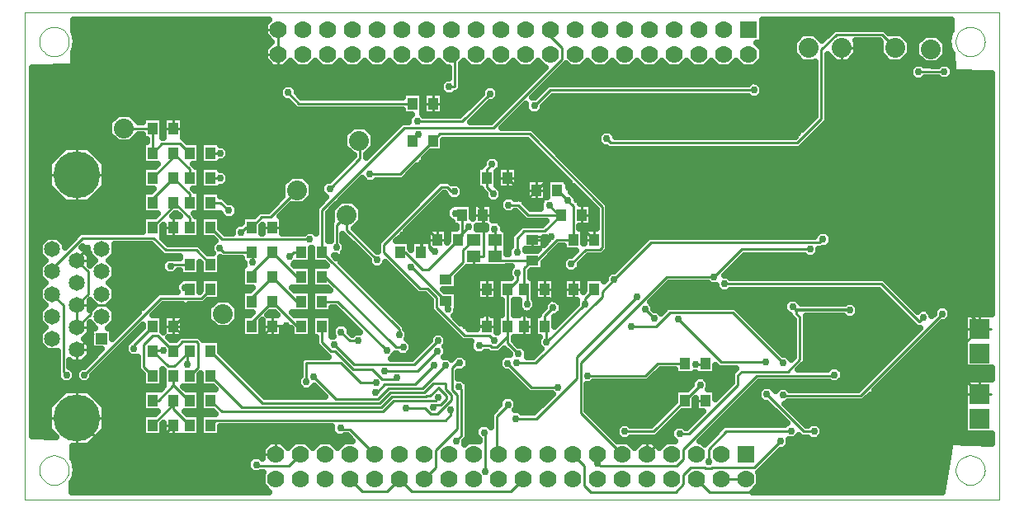
<source format=gbr>
G04 PROTEUS GERBER X2 FILE*
%TF.GenerationSoftware,Labcenter,Proteus,8.16-SP3-Build36097*%
%TF.CreationDate,2025-11-07T09:35:32+00:00*%
%TF.FileFunction,Copper,L2,Bot*%
%TF.FilePolarity,Positive*%
%TF.Part,Single*%
%TF.SameCoordinates,{b300ba1a-dc7e-4a19-be50-5429eaf46598}*%
%FSLAX45Y45*%
%MOMM*%
G01*
%TA.AperFunction,Conductor*%
%ADD10C,0.254000*%
%TA.AperFunction,ViaPad*%
%ADD11C,0.762000*%
%TA.AperFunction,Conductor*%
%ADD12C,0.635000*%
%TA.AperFunction,WasherPad*%
%ADD13R,1.166720X1.166720*%
%TA.AperFunction,ComponentPad*%
%ADD14C,1.650000*%
%ADD15C,4.800000*%
%TA.AperFunction,ComponentPad*%
%ADD17R,1.778000X1.778000*%
%ADD18C,1.778000*%
%TA.AperFunction,ComponentPad*%
%ADD22R,2.032000X2.032000*%
%TA.AperFunction,ComponentPad*%
%ADD23C,2.032000*%
%TA.AperFunction,SMDPad,CuDef*%
%ADD20R,1.016000X1.270000*%
%ADD16R,1.270000X1.016000*%
%TA.AperFunction,SMDPad,CuDef*%
%ADD26R,1.400000X1.200000*%
%TA.AperFunction,Profile*%
%ADD25C,0.101600*%
%TD.AperFunction*%
%TA.AperFunction,Conductor*%
G36*
X+9491168Y+4812707D02*
X+9474974Y+4788219D01*
X+9455357Y+4697000D01*
X+9474974Y+4605781D01*
X+9498550Y+4570129D01*
X+9502977Y+4424679D01*
X+9451857Y+4475799D01*
X+9379263Y+4475799D01*
X+9354383Y+4450919D01*
X+9209434Y+4451787D01*
X+9188813Y+4472409D01*
X+9116219Y+4472409D01*
X+9064887Y+4421077D01*
X+9064887Y+4348483D01*
X+9116219Y+4297151D01*
X+9188813Y+4297151D01*
X+9218842Y+4327180D01*
X+9353600Y+4326203D01*
X+9379263Y+4300541D01*
X+9451857Y+4300541D01*
X+9503189Y+4351873D01*
X+9503189Y+4417721D01*
X+9504460Y+4375960D01*
X+9907070Y+4369734D01*
X+9907070Y+1900729D01*
X+9622571Y+1900729D01*
X+9622571Y+1344471D01*
X+9907070Y+1344471D01*
X+9907070Y+1227629D01*
X+9622571Y+1227629D01*
X+9622571Y+671371D01*
X+9907070Y+671371D01*
X+9907070Y+567961D01*
X+9476520Y+583740D01*
X+9392298Y+71930D01*
X+7444127Y+71930D01*
X+7518429Y+146232D01*
X+7518429Y+260910D01*
X+7505608Y+273730D01*
X+7736083Y+504205D01*
X+7772005Y+504205D01*
X+7823337Y+555537D01*
X+7823337Y+610282D01*
X+7878798Y+610282D01*
X+7925318Y+656802D01*
X+7949698Y+632422D01*
X+8017441Y+632422D01*
X+8042841Y+607022D01*
X+8115435Y+607022D01*
X+8166767Y+658354D01*
X+8166767Y+730948D01*
X+8115435Y+782280D01*
X+8042841Y+782280D01*
X+8017441Y+756880D01*
X+8001248Y+756880D01*
X+7779488Y+978640D01*
X+7794821Y+978640D01*
X+7813565Y+997384D01*
X+8580870Y+997384D01*
X+8655562Y+1072076D01*
X+8655562Y+1047891D01*
X+8685320Y+1018133D01*
X+8727404Y+1018133D01*
X+8757162Y+1047891D01*
X+8757162Y+1089975D01*
X+8727404Y+1119733D01*
X+8703219Y+1119733D01*
X+9396751Y+1813265D01*
X+9432673Y+1813265D01*
X+9484005Y+1864597D01*
X+9484005Y+1937191D01*
X+9432673Y+1988523D01*
X+9360079Y+1988523D01*
X+9308747Y+1937191D01*
X+9308747Y+1901269D01*
X+9289144Y+1881666D01*
X+9289144Y+1902477D01*
X+9237812Y+1953809D01*
X+9165218Y+1953809D01*
X+9138049Y+1926640D01*
X+8792460Y+2272229D01*
X+7221697Y+2272229D01*
X+7196297Y+2297629D01*
X+7157052Y+2297629D01*
X+7362256Y+2502833D01*
X+7978303Y+2502833D01*
X+8003703Y+2477433D01*
X+8076297Y+2477433D01*
X+8127629Y+2528765D01*
X+8127629Y+2571414D01*
X+8163051Y+2571414D01*
X+8170638Y+2579001D01*
X+8206560Y+2579001D01*
X+8257892Y+2630333D01*
X+8257892Y+2702927D01*
X+8206560Y+2754259D01*
X+8133966Y+2754259D01*
X+8082634Y+2702927D01*
X+8082634Y+2695872D01*
X+6385182Y+2695872D01*
X+6026939Y+2337629D01*
X+5991017Y+2337629D01*
X+5939685Y+2286297D01*
X+5939685Y+2250375D01*
X+5924329Y+2235019D01*
X+5924329Y+2269029D01*
X+5723671Y+2269029D01*
X+5723671Y+2143275D01*
X+5710969Y+2130573D01*
X+5710969Y+2269029D01*
X+5510311Y+2269029D01*
X+5510311Y+2042971D01*
X+5647565Y+2042971D01*
X+5641251Y+2036657D01*
X+5641251Y+2000735D01*
X+5416329Y+1775813D01*
X+5416329Y+1876772D01*
X+5437239Y+1876772D01*
X+5488571Y+1928104D01*
X+5488571Y+2000698D01*
X+5437239Y+2052030D01*
X+5416329Y+2052030D01*
X+5416329Y+2269029D01*
X+5215671Y+2269029D01*
X+5215671Y+2042971D01*
X+5355586Y+2042971D01*
X+5313313Y+2000698D01*
X+5313313Y+1964776D01*
X+5253771Y+1905234D01*
X+5253771Y+1888029D01*
X+5215671Y+1888029D01*
X+5215671Y+1661971D01*
X+5266565Y+1661971D01*
X+5247773Y+1643179D01*
X+5247773Y+1570585D01*
X+5277930Y+1540428D01*
X+5196242Y+1458740D01*
X+5134341Y+1458740D01*
X+5134341Y+1526790D01*
X+5083009Y+1578122D01*
X+5047087Y+1578122D01*
X+4997229Y+1627980D01*
X+4997229Y+1661971D01*
X+5202969Y+1661971D01*
X+5202969Y+1888029D01*
X+5151145Y+1888029D01*
X+5151145Y+1911133D01*
X+5171968Y+1911133D01*
X+5223300Y+1962465D01*
X+5223300Y+2035059D01*
X+5202969Y+2055390D01*
X+5202969Y+2269029D01*
X+5169370Y+2269029D01*
X+5169370Y+2343006D01*
X+5176675Y+2350311D01*
X+5302029Y+2350311D01*
X+5302029Y+2436060D01*
X+5467740Y+2601771D01*
X+5510311Y+2601771D01*
X+5510311Y+2550971D01*
X+5638112Y+2550971D01*
X+5586933Y+2499792D01*
X+5551011Y+2499792D01*
X+5499679Y+2448460D01*
X+5499679Y+2375866D01*
X+5551011Y+2324534D01*
X+5623605Y+2324534D01*
X+5674937Y+2375866D01*
X+5674937Y+2411788D01*
X+5763449Y+2500300D01*
X+5906243Y+2500300D01*
X+5968682Y+2562739D01*
X+5968682Y+3028397D01*
X+5184533Y+3812546D01*
X+4877397Y+3812546D01*
X+5123283Y+4058432D01*
X+5123283Y+4000368D01*
X+5174615Y+3949036D01*
X+5247209Y+3949036D01*
X+5298541Y+4000368D01*
X+5298541Y+4036290D01*
X+5399331Y+4137080D01*
X+7401927Y+4137080D01*
X+7427327Y+4111680D01*
X+7499921Y+4111680D01*
X+7551253Y+4163012D01*
X+7551253Y+4235606D01*
X+7499921Y+4286938D01*
X+7477906Y+4286938D01*
X+7496514Y+4305546D01*
X+7496514Y+4347630D01*
X+7466756Y+4377388D01*
X+7424672Y+4377388D01*
X+7394914Y+4347630D01*
X+7394914Y+4305546D01*
X+7420424Y+4280035D01*
X+7401927Y+4261538D01*
X+5347781Y+4261538D01*
X+5210537Y+4124294D01*
X+5189145Y+4124294D01*
X+5534041Y+4469190D01*
X+5572661Y+4430571D01*
X+5687339Y+4430571D01*
X+5757000Y+4500232D01*
X+5826661Y+4430571D01*
X+5941339Y+4430571D01*
X+6011000Y+4500232D01*
X+6080661Y+4430571D01*
X+6195339Y+4430571D01*
X+6265000Y+4500232D01*
X+6334661Y+4430571D01*
X+6449339Y+4430571D01*
X+6519000Y+4500232D01*
X+6588661Y+4430571D01*
X+6703339Y+4430571D01*
X+6773000Y+4500232D01*
X+6842661Y+4430571D01*
X+6957339Y+4430571D01*
X+7027000Y+4500232D01*
X+7096661Y+4430571D01*
X+7211339Y+4430571D01*
X+7281000Y+4500232D01*
X+7350661Y+4430571D01*
X+7465339Y+4430571D01*
X+7546429Y+4511661D01*
X+7546429Y+4626339D01*
X+7488197Y+4684571D01*
X+7546429Y+4684571D01*
X+7546429Y+4922070D01*
X+9487839Y+4922070D01*
X+9491168Y+4812707D01*
G37*
%TD.AperFunction*%
%LPC*%
G36*
X+8847237Y+4783366D02*
X+8847500Y+4783629D01*
X+8972700Y+4783629D01*
X+9061229Y+4695100D01*
X+9061229Y+4569900D01*
X+8972700Y+4481371D01*
X+8847500Y+4481371D01*
X+8758971Y+4569900D01*
X+8758971Y+4695100D01*
X+8759233Y+4695362D01*
X+8748030Y+4706566D01*
X+8503663Y+4706566D01*
X+8515129Y+4695100D01*
X+8515129Y+4569900D01*
X+8426600Y+4481371D01*
X+8301400Y+4481371D01*
X+8215570Y+4567201D01*
X+8215570Y+3876195D01*
X+7933671Y+3594296D01*
X+5969702Y+3594296D01*
X+5952206Y+3611792D01*
X+5916284Y+3611792D01*
X+5864952Y+3663124D01*
X+5864952Y+3735718D01*
X+5916284Y+3787050D01*
X+5988878Y+3787050D01*
X+6040210Y+3735718D01*
X+6040210Y+3718754D01*
X+7882121Y+3718754D01*
X+7886250Y+3722883D01*
X+7866880Y+3742254D01*
X+7866880Y+3784338D01*
X+7896638Y+3814096D01*
X+7938722Y+3814096D01*
X+7958092Y+3794725D01*
X+8091112Y+3927745D01*
X+8091112Y+4488783D01*
X+8083700Y+4481371D01*
X+7958500Y+4481371D01*
X+7869971Y+4569900D01*
X+7869971Y+4695100D01*
X+7958500Y+4783629D01*
X+8083700Y+4783629D01*
X+8160050Y+4707278D01*
X+8283796Y+4831024D01*
X+8799580Y+4831024D01*
X+8847237Y+4783366D01*
G37*
G36*
X+9127271Y+4557200D02*
X+9127271Y+4682400D01*
X+9215800Y+4770929D01*
X+9341000Y+4770929D01*
X+9429529Y+4682400D01*
X+9429529Y+4557200D01*
X+9341000Y+4468671D01*
X+9215800Y+4468671D01*
X+9127271Y+4557200D01*
G37*
G36*
X+9327330Y+1224676D02*
X+9327330Y+1266760D01*
X+9357088Y+1296518D01*
X+9399172Y+1296518D01*
X+9428930Y+1266760D01*
X+9428930Y+1224676D01*
X+9399172Y+1194918D01*
X+9357088Y+1194918D01*
X+9327330Y+1224676D01*
G37*
G36*
X+7866880Y+4197445D02*
X+7866880Y+4239529D01*
X+7896638Y+4269287D01*
X+7938722Y+4269287D01*
X+7968480Y+4239529D01*
X+7968480Y+4197445D01*
X+7938722Y+4167687D01*
X+7896638Y+4167687D01*
X+7866880Y+4197445D01*
G37*
G36*
X+7673182Y+4305546D02*
X+7673182Y+4347630D01*
X+7702940Y+4377388D01*
X+7745024Y+4377388D01*
X+7774782Y+4347630D01*
X+7774782Y+4305546D01*
X+7745024Y+4275788D01*
X+7702940Y+4275788D01*
X+7673182Y+4305546D01*
G37*
G36*
X+8763874Y+4193416D02*
X+8763874Y+4235500D01*
X+8793632Y+4265258D01*
X+8835716Y+4265258D01*
X+8865474Y+4235500D01*
X+8865474Y+4193416D01*
X+8835716Y+4163658D01*
X+8793632Y+4163658D01*
X+8763874Y+4193416D01*
G37*
G36*
X+9264377Y+3690708D02*
X+9264377Y+3732792D01*
X+9294135Y+3762550D01*
X+9336219Y+3762550D01*
X+9365977Y+3732792D01*
X+9365977Y+3690708D01*
X+9336219Y+3660950D01*
X+9294135Y+3660950D01*
X+9264377Y+3690708D01*
G37*
%LPD*%
%TA.AperFunction,Conductor*%
G36*
X+2443571Y+4880339D02*
X+2443571Y+4765661D01*
X+2513232Y+4696000D01*
X+2443571Y+4626339D01*
X+2443571Y+4511661D01*
X+2524661Y+4430571D01*
X+2639339Y+4430571D01*
X+2709000Y+4500232D01*
X+2778661Y+4430571D01*
X+2893339Y+4430571D01*
X+2963000Y+4500232D01*
X+3032661Y+4430571D01*
X+3147339Y+4430571D01*
X+3217000Y+4500232D01*
X+3286661Y+4430571D01*
X+3401339Y+4430571D01*
X+3471000Y+4500232D01*
X+3540661Y+4430571D01*
X+3655339Y+4430571D01*
X+3725000Y+4500232D01*
X+3794661Y+4430571D01*
X+3909339Y+4430571D01*
X+3979000Y+4500232D01*
X+4048661Y+4430571D01*
X+4163339Y+4430571D01*
X+4233000Y+4500232D01*
X+4302661Y+4430571D01*
X+4332088Y+4430571D01*
X+4332088Y+4320207D01*
X+4298019Y+4320207D01*
X+4246687Y+4268875D01*
X+4246687Y+4196281D01*
X+4268939Y+4174029D01*
X+4072671Y+4174029D01*
X+4072671Y+3947971D01*
X+4273329Y+3947971D01*
X+4273329Y+4169639D01*
X+4298019Y+4144949D01*
X+4370613Y+4144949D01*
X+4396013Y+4170349D01*
X+4420091Y+4170349D01*
X+4456544Y+4206802D01*
X+4456544Y+4469776D01*
X+4487000Y+4500232D01*
X+4556661Y+4430571D01*
X+4671339Y+4430571D01*
X+4741000Y+4500232D01*
X+4810661Y+4430571D01*
X+4925339Y+4430571D01*
X+4995000Y+4500232D01*
X+5064661Y+4430571D01*
X+5179339Y+4430571D01*
X+5249000Y+4500232D01*
X+5318661Y+4430571D01*
X+5319414Y+4430571D01*
X+4762079Y+3873236D01*
X+4553736Y+3873236D01*
X+4755862Y+4075362D01*
X+4791784Y+4075362D01*
X+4843116Y+4126694D01*
X+4843116Y+4199288D01*
X+4791784Y+4250620D01*
X+4719190Y+4250620D01*
X+4667858Y+4199288D01*
X+4667858Y+4163366D01*
X+4446308Y+3941816D01*
X+4070093Y+3941816D01*
X+4059969Y+3951940D01*
X+4059969Y+4174029D01*
X+3859311Y+4174029D01*
X+3859311Y+4123229D01*
X+2820804Y+4123229D01*
X+2771077Y+4172956D01*
X+2771077Y+4208878D01*
X+2719745Y+4260210D01*
X+2647151Y+4260210D01*
X+2595819Y+4208878D01*
X+2595819Y+4136284D01*
X+2647151Y+4084952D01*
X+2683073Y+4084952D01*
X+2769254Y+3998771D01*
X+3859311Y+3998771D01*
X+3859311Y+3947971D01*
X+3952854Y+3947971D01*
X+3920767Y+3915884D01*
X+3920767Y+3873236D01*
X+3847605Y+3873236D01*
X+3482561Y+3508192D01*
X+3482561Y+3537832D01*
X+3562129Y+3617400D01*
X+3562129Y+3742600D01*
X+3473600Y+3831129D01*
X+3348400Y+3831129D01*
X+3259871Y+3742600D01*
X+3259871Y+3617400D01*
X+3348400Y+3528871D01*
X+3358103Y+3528871D01*
X+3358103Y+3523347D01*
X+3108937Y+3274181D01*
X+3073015Y+3274181D01*
X+3021683Y+3222849D01*
X+3021683Y+3150255D01*
X+3073015Y+3098923D01*
X+3073292Y+3098923D01*
X+2967771Y+2993402D01*
X+2967771Y+2726304D01*
X+2940990Y+2753085D01*
X+2868396Y+2753085D01*
X+2847540Y+2732229D01*
X+2622329Y+2732229D01*
X+2622329Y+2904029D01*
X+2596033Y+2904029D01*
X+2713137Y+3021133D01*
X+2713400Y+3020871D01*
X+2838600Y+3020871D01*
X+2927129Y+3109400D01*
X+2927129Y+3234600D01*
X+2838600Y+3323129D01*
X+2713400Y+3323129D01*
X+2624871Y+3234600D01*
X+2624871Y+3109400D01*
X+2625133Y+3109137D01*
X+2474274Y+2958278D01*
X+2387914Y+2958278D01*
X+2333665Y+2904029D01*
X+2208311Y+2904029D01*
X+2208311Y+2835346D01*
X+2199595Y+2826630D01*
X+2163673Y+2826630D01*
X+2112341Y+2775298D01*
X+2112341Y+2732229D01*
X+2033775Y+2732229D01*
X+1987329Y+2778675D01*
X+1987329Y+2904029D01*
X+1786671Y+2904029D01*
X+1786671Y+2677971D01*
X+1912025Y+2677971D01*
X+1934244Y+2655752D01*
X+1892077Y+2613585D01*
X+1892077Y+2540991D01*
X+1910039Y+2523029D01*
X+1861975Y+2523029D01*
X+1767499Y+2617505D01*
X+1450819Y+2617505D01*
X+1390353Y+2677971D01*
X+1392969Y+2677971D01*
X+1392969Y+2803325D01*
X+1405671Y+2816027D01*
X+1405671Y+2677971D01*
X+1773969Y+2677971D01*
X+1773969Y+2904029D01*
X+1735869Y+2904029D01*
X+1735869Y+2913478D01*
X+1717376Y+2931971D01*
X+1773969Y+2931971D01*
X+1773969Y+3124200D01*
X+1786671Y+3124200D01*
X+1786671Y+2931971D01*
X+1986909Y+2931971D01*
X+1986909Y+2925122D01*
X+2038241Y+2873790D01*
X+2110835Y+2873790D01*
X+2162167Y+2925122D01*
X+2162167Y+2997716D01*
X+2110835Y+3049048D01*
X+2074913Y+3049048D01*
X+2016732Y+3107229D01*
X+1987329Y+3107229D01*
X+1987329Y+3158029D01*
X+1828800Y+3158029D01*
X+1828800Y+3185971D01*
X+1987329Y+3185971D01*
X+1987329Y+3204414D01*
X+2021082Y+3204414D01*
X+2072414Y+3255746D01*
X+2072414Y+3328340D01*
X+2021082Y+3379672D01*
X+1987329Y+3379672D01*
X+1987329Y+3412029D01*
X+1786671Y+3412029D01*
X+1786671Y+3225800D01*
X+1773969Y+3225800D01*
X+1773969Y+3412029D01*
X+1734975Y+3412029D01*
X+1707033Y+3439971D01*
X+1773969Y+3439971D01*
X+1773969Y+3666029D01*
X+1648615Y+3666029D01*
X+1606329Y+3708315D01*
X+1606329Y+3920029D01*
X+1405671Y+3920029D01*
X+1405671Y+3712614D01*
X+1392969Y+3712614D01*
X+1392969Y+3920029D01*
X+1192311Y+3920029D01*
X+1192311Y+3869229D01*
X+1149129Y+3869229D01*
X+1149129Y+3869600D01*
X+1060600Y+3958129D01*
X+935400Y+3958129D01*
X+846871Y+3869600D01*
X+846871Y+3744400D01*
X+935400Y+3655871D01*
X+1060600Y+3655871D01*
X+1149129Y+3744400D01*
X+1149129Y+3744771D01*
X+1192311Y+3744771D01*
X+1192311Y+3693971D01*
X+1230411Y+3693971D01*
X+1230411Y+3666029D01*
X+1192311Y+3666029D01*
X+1192311Y+3439971D01*
X+1345607Y+3439971D01*
X+1317665Y+3412029D01*
X+1192311Y+3412029D01*
X+1192311Y+3185971D01*
X+1304967Y+3185971D01*
X+1277025Y+3158029D01*
X+1192311Y+3158029D01*
X+1192311Y+2931971D01*
X+1345607Y+2931971D01*
X+1317665Y+2904029D01*
X+1192311Y+2904029D01*
X+1192311Y+2743525D01*
X+550470Y+2743525D01*
X+393429Y+2586484D01*
X+393429Y+2618688D01*
X+316088Y+2696029D01*
X+206712Y+2696029D01*
X+129371Y+2618688D01*
X+129371Y+2509312D01*
X+189183Y+2449500D01*
X+129371Y+2389688D01*
X+129371Y+2280312D01*
X+189183Y+2220500D01*
X+129371Y+2160688D01*
X+129371Y+2051312D01*
X+189183Y+1991500D01*
X+129371Y+1931688D01*
X+129371Y+1822312D01*
X+189183Y+1762500D01*
X+129371Y+1702688D01*
X+129371Y+1593312D01*
X+206712Y+1515971D01*
X+316046Y+1515971D01*
X+316046Y+1276577D01*
X+321774Y+1270849D01*
X+321774Y+1234927D01*
X+373106Y+1183595D01*
X+445700Y+1183595D01*
X+497032Y+1234927D01*
X+497032Y+1307521D01*
X+445700Y+1358853D01*
X+440504Y+1358853D01*
X+440504Y+1422179D01*
X+460712Y+1401971D01*
X+570088Y+1401971D01*
X+647429Y+1479312D01*
X+647429Y+1588688D01*
X+588117Y+1648000D01*
X+647429Y+1707312D01*
X+647429Y+1812254D01*
X+703818Y+1755865D01*
X+661535Y+1755865D01*
X+661535Y+1540135D01*
X+770849Y+1540135D01*
X+589567Y+1358853D01*
X+553645Y+1358853D01*
X+502313Y+1307521D01*
X+502313Y+1234927D01*
X+553645Y+1183595D01*
X+626239Y+1183595D01*
X+677571Y+1234927D01*
X+677571Y+1270849D01*
X+1192311Y+1785589D01*
X+1192311Y+1762675D01*
X+1063838Y+1634202D01*
X+1061303Y+1634202D01*
X+1009971Y+1582870D01*
X+1009971Y+1510276D01*
X+1061303Y+1458944D01*
X+1133897Y+1458944D01*
X+1137442Y+1462489D01*
X+1137442Y+1334194D01*
X+1192311Y+1279325D01*
X+1192311Y+1153971D01*
X+1392969Y+1153971D01*
X+1392969Y+1332667D01*
X+1405671Y+1319965D01*
X+1405671Y+1158001D01*
X+1373699Y+1126029D01*
X+1192311Y+1126029D01*
X+1192311Y+899971D01*
X+1345607Y+899971D01*
X+1317665Y+872029D01*
X+1192311Y+872029D01*
X+1192311Y+645971D01*
X+1392969Y+645971D01*
X+1392969Y+771325D01*
X+1405671Y+784027D01*
X+1405671Y+645971D01*
X+1773969Y+645971D01*
X+1773969Y+872029D01*
X+1648615Y+872029D01*
X+1620673Y+899971D01*
X+1773969Y+899971D01*
X+1773969Y+1126029D01*
X+1638312Y+1126029D01*
X+1610370Y+1153971D01*
X+1773969Y+1153971D01*
X+1773969Y+1279325D01*
X+1786671Y+1292027D01*
X+1786671Y+1153971D01*
X+1912025Y+1153971D01*
X+1939967Y+1126029D01*
X+1786671Y+1126029D01*
X+1786671Y+899971D01*
X+1912025Y+899971D01*
X+1939371Y+872625D01*
X+1912621Y+872625D01*
X+1912025Y+872029D01*
X+1786671Y+872029D01*
X+1786671Y+645971D01*
X+1987329Y+645971D01*
X+1987329Y+748167D01*
X+3132673Y+748167D01*
X+3132673Y+689953D01*
X+3184005Y+638621D01*
X+3256599Y+638621D01*
X+3269570Y+651592D01*
X+3287975Y+651592D01*
X+3343567Y+596000D01*
X+3258661Y+596000D01*
X+3189000Y+526339D01*
X+3119339Y+596000D01*
X+3004661Y+596000D01*
X+2935000Y+526339D01*
X+2865339Y+596000D01*
X+2750661Y+596000D01*
X+2681000Y+526339D01*
X+2611339Y+596000D01*
X+2496661Y+596000D01*
X+2415571Y+514910D01*
X+2415571Y+418355D01*
X+2393372Y+440554D01*
X+2320778Y+440554D01*
X+2269446Y+389222D01*
X+2269446Y+353300D01*
X+2268325Y+352179D01*
X+2269446Y+349472D01*
X+2269446Y+316628D01*
X+2292670Y+293403D01*
X+2300149Y+275349D01*
X+2310725Y+275349D01*
X+2320778Y+265296D01*
X+2393372Y+265296D01*
X+2403425Y+275349D01*
X+2430010Y+275349D01*
X+2415571Y+260910D01*
X+2415571Y+146232D01*
X+2489873Y+71930D01*
X+461563Y+71930D01*
X+464285Y+168368D01*
X+489026Y+205781D01*
X+508643Y+297000D01*
X+489026Y+388219D01*
X+471249Y+415101D01*
X+474845Y+542471D01*
X+635327Y+542471D01*
X+804929Y+712073D01*
X+804929Y+951927D01*
X+635327Y+1121529D01*
X+395473Y+1121529D01*
X+225871Y+951927D01*
X+225871Y+712073D01*
X+301376Y+636568D01*
X+56930Y+646445D01*
X+56930Y+4432454D01*
X+477300Y+4439460D01*
X+477300Y+4588049D01*
X+489026Y+4605781D01*
X+508643Y+4697000D01*
X+489026Y+4788219D01*
X+477300Y+4805951D01*
X+477300Y+4922070D01*
X+2485302Y+4922070D01*
X+2443571Y+4880339D01*
G37*
%TD.AperFunction*%
%LPC*%
G36*
X+395473Y+3619529D02*
X+635327Y+3619529D01*
X+804929Y+3449927D01*
X+804929Y+3210073D01*
X+635327Y+3040471D01*
X+395473Y+3040471D01*
X+225871Y+3210073D01*
X+225871Y+3449927D01*
X+395473Y+3619529D01*
G37*
G36*
X+1987329Y+3637338D02*
X+2022241Y+3637338D01*
X+2073573Y+3586006D01*
X+2073573Y+3513412D01*
X+2022241Y+3462080D01*
X+1987329Y+3462080D01*
X+1987329Y+3439971D01*
X+1786671Y+3439971D01*
X+1786671Y+3666029D01*
X+1987329Y+3666029D01*
X+1987329Y+3637338D01*
G37*
%LPD*%
%TA.AperFunction,Conductor*%
G36*
X+5536042Y+3285029D02*
X+5342671Y+3285029D01*
X+5342671Y+3103649D01*
X+5329969Y+3103649D01*
X+5329969Y+3285029D01*
X+5129311Y+3285029D01*
X+5129311Y+3103654D01*
X+5100088Y+3132877D01*
X+5058004Y+3132877D01*
X+5028246Y+3103119D01*
X+5028246Y+3081471D01*
X+5007418Y+3081471D01*
X+4982018Y+3106871D01*
X+4909424Y+3106871D01*
X+4858092Y+3055539D01*
X+4858092Y+2982945D01*
X+4909424Y+2931613D01*
X+4982018Y+2931613D01*
X+5007418Y+2957013D01*
X+5019120Y+2957013D01*
X+5120362Y+2855771D01*
X+5333407Y+2855771D01*
X+5289527Y+2811891D01*
X+5078844Y+2811891D01*
X+4969939Y+2702986D01*
X+4969939Y+2596140D01*
X+4944539Y+2570740D01*
X+4944539Y+2512869D01*
X+4927529Y+2512869D01*
X+4927529Y+2773529D01*
X+4888574Y+2773529D01*
X+4888574Y+2808481D01*
X+4837242Y+2859813D01*
X+4781329Y+2859813D01*
X+4781329Y+3031029D01*
X+4580671Y+3031029D01*
X+4580671Y+2877906D01*
X+4571953Y+2886624D01*
X+4567969Y+2886624D01*
X+4567969Y+3031029D01*
X+4367311Y+3031029D01*
X+4367311Y+3022972D01*
X+4359680Y+3022972D01*
X+4308348Y+2971640D01*
X+4308348Y+2899046D01*
X+4359680Y+2847714D01*
X+4367311Y+2847714D01*
X+4367311Y+2804971D01*
X+4405411Y+2804971D01*
X+4405411Y+2777029D01*
X+4326671Y+2777029D01*
X+4326671Y+2651675D01*
X+4313969Y+2638973D01*
X+4313969Y+2777029D01*
X+4113311Y+2777029D01*
X+4113311Y+2650029D01*
X+3945671Y+2650029D01*
X+3945671Y+2562333D01*
X+3932969Y+2575035D01*
X+3932969Y+2650029D01*
X+3793741Y+2650029D01*
X+3821470Y+2677758D01*
X+3840841Y+2658388D01*
X+3882925Y+2658388D01*
X+3912683Y+2688146D01*
X+3912683Y+2730230D01*
X+3893312Y+2749600D01*
X+4285762Y+3142050D01*
X+4286316Y+3142050D01*
X+4301892Y+3126474D01*
X+4301892Y+3120946D01*
X+4353224Y+3069614D01*
X+4425818Y+3069614D01*
X+4477150Y+3120946D01*
X+4477150Y+3193540D01*
X+4425818Y+3244872D01*
X+4359502Y+3244872D01*
X+4337866Y+3266508D01*
X+4234212Y+3266508D01*
X+3602771Y+2635067D01*
X+3602771Y+2541629D01*
X+3596374Y+2541629D01*
X+3358866Y+2779137D01*
X+3435129Y+2855400D01*
X+3435129Y+2980600D01*
X+3346600Y+3069129D01*
X+3221400Y+3069129D01*
X+3132871Y+2980600D01*
X+3132871Y+2855400D01*
X+3133133Y+2855137D01*
X+3118289Y+2840293D01*
X+3118289Y+2650029D01*
X+3092229Y+2650029D01*
X+3092229Y+2941852D01*
X+3442353Y+3291976D01*
X+3486176Y+3248153D01*
X+3558770Y+3248153D01*
X+3584170Y+3273553D01*
X+3854558Y+3273554D01*
X+4006438Y+3425434D01*
X+4036111Y+3395762D01*
X+4078195Y+3395762D01*
X+4107953Y+3425520D01*
X+4107953Y+3467604D01*
X+4078280Y+3497276D01*
X+4147975Y+3566971D01*
X+4273329Y+3566971D01*
X+4273329Y+3688090D01*
X+5132981Y+3688090D01*
X+5536042Y+3285029D01*
G37*
%TD.AperFunction*%
%LPC*%
G36*
X+4864588Y+3474658D02*
X+4864588Y+3412029D01*
X+5035329Y+3412029D01*
X+5035329Y+3185971D01*
X+4860227Y+3185971D01*
X+4878117Y+3168081D01*
X+4878117Y+3095487D01*
X+4826785Y+3044155D01*
X+4754191Y+3044155D01*
X+4702859Y+3095487D01*
X+4702859Y+3133350D01*
X+4659411Y+3176798D01*
X+4659411Y+3185971D01*
X+4621311Y+3185971D01*
X+4621311Y+3412029D01*
X+4662623Y+3412029D01*
X+4689330Y+3438736D01*
X+4689330Y+3474658D01*
X+4740662Y+3525990D01*
X+4813256Y+3525990D01*
X+4864588Y+3474658D01*
G37*
G36*
X+5085780Y+3465900D02*
X+5085780Y+3507984D01*
X+5115538Y+3537742D01*
X+5157622Y+3537742D01*
X+5187380Y+3507984D01*
X+5187380Y+3465900D01*
X+5157622Y+3436142D01*
X+5115538Y+3436142D01*
X+5085780Y+3465900D01*
G37*
G36*
X+4085717Y+2883433D02*
X+4085717Y+2925517D01*
X+4115475Y+2955275D01*
X+4157559Y+2955275D01*
X+4187317Y+2925517D01*
X+4187317Y+2883433D01*
X+4157559Y+2853675D01*
X+4115475Y+2853675D01*
X+4085717Y+2883433D01*
G37*
%LPD*%
%TA.AperFunction,Conductor*%
G36*
X+4834671Y+3211527D02*
X+4826785Y+3219413D01*
X+4821969Y+3219413D01*
X+4821969Y+3359445D01*
X+4834671Y+3372147D01*
X+4834671Y+3211527D01*
G37*
%TD.AperFunction*%
%TA.AperFunction,Conductor*%
G36*
X+5571052Y+3250019D02*
X+5543329Y+3250019D01*
X+5543329Y+3277742D01*
X+5571052Y+3250019D01*
G37*
%TD.AperFunction*%
%TA.AperFunction,Conductor*%
G36*
X+1727200Y+3165804D02*
X+1707033Y+3185971D01*
X+1727200Y+3185971D01*
X+1727200Y+3165804D01*
G37*
%TD.AperFunction*%
%TA.AperFunction,Conductor*%
G36*
X+5790042Y+3031029D02*
X+5675421Y+3031029D01*
X+5694742Y+3050350D01*
X+5694742Y+3092434D01*
X+5664984Y+3122192D01*
X+5622900Y+3122192D01*
X+5621489Y+3120781D01*
X+5587310Y+3154961D01*
X+5610526Y+3178177D01*
X+5610526Y+3210545D01*
X+5790042Y+3031029D01*
G37*
%TD.AperFunction*%
%TA.AperFunction,Conductor*%
G36*
X+5129311Y+3058971D02*
X+5281478Y+3058971D01*
X+5274824Y+3052317D01*
X+5274824Y+2980229D01*
X+5171912Y+2980229D01*
X+5110476Y+3041665D01*
X+5129311Y+3060500D01*
X+5129311Y+3058971D01*
G37*
%TD.AperFunction*%
%TA.AperFunction,Conductor*%
G36*
X+1569310Y+2904029D02*
X+1493673Y+2904029D01*
X+1521615Y+2931971D01*
X+1541367Y+2931971D01*
X+1569310Y+2904029D01*
G37*
%TD.AperFunction*%
%TA.AperFunction,Conductor*%
G36*
X+4713316Y+2773529D02*
X+4623285Y+2773529D01*
X+4623285Y+2804971D01*
X+4713316Y+2804971D01*
X+4713316Y+2773529D01*
G37*
%TD.AperFunction*%
%TA.AperFunction,Conductor*%
G36*
X+2421671Y+2732229D02*
X+2408969Y+2732229D01*
X+2408969Y+2803325D01*
X+2421671Y+2816027D01*
X+2421671Y+2732229D01*
G37*
%TD.AperFunction*%
%TA.AperFunction,Conductor*%
G36*
X+5844224Y+2976847D02*
X+5844224Y+2777029D01*
X+5723671Y+2777029D01*
X+5723671Y+2624758D01*
X+5711899Y+2624758D01*
X+5710969Y+2623828D01*
X+5710969Y+2777029D01*
X+5672869Y+2777029D01*
X+5672869Y+2804971D01*
X+5797329Y+2804971D01*
X+5797329Y+3023742D01*
X+5844224Y+2976847D01*
G37*
%TD.AperFunction*%
%TA.AperFunction,Conductor*%
G36*
X+5328700Y+2677479D02*
X+5348070Y+2658109D01*
X+5302029Y+2612068D01*
X+5302029Y+2687433D01*
X+5328700Y+2687433D01*
X+5328700Y+2677479D01*
G37*
%TD.AperFunction*%
%TA.AperFunction,Conductor*%
G36*
X+576312Y+2575805D02*
X+570088Y+2582029D01*
X+564982Y+2582029D01*
X+576312Y+2593359D01*
X+576312Y+2575805D01*
G37*
%TD.AperFunction*%
%TA.AperFunction,Conductor*%
G36*
X+5240930Y+2550969D02*
X+5119797Y+2550969D01*
X+5119797Y+2563671D01*
X+5253632Y+2563671D01*
X+5240930Y+2550969D01*
G37*
%TD.AperFunction*%
%TA.AperFunction,Conductor*%
G36*
X+637371Y+2514746D02*
X+625636Y+2526481D01*
X+637371Y+2526481D01*
X+637371Y+2514746D01*
G37*
%TD.AperFunction*%
%TA.AperFunction,Conductor*%
G36*
X+3176678Y+2478326D02*
X+3157029Y+2497975D01*
X+3176678Y+2497975D01*
X+3176678Y+2478326D01*
G37*
%TD.AperFunction*%
%TA.AperFunction,Conductor*%
G36*
X+697183Y+2449500D02*
X+647429Y+2399746D01*
X+647429Y+2499254D01*
X+697183Y+2449500D01*
G37*
%TD.AperFunction*%
%TA.AperFunction,Conductor*%
G36*
X+697183Y+1991500D02*
X+647429Y+1941746D01*
X+647429Y+2041254D01*
X+697183Y+1991500D01*
G37*
%TD.AperFunction*%
%TA.AperFunction,Conductor*%
G36*
X+5048042Y+2035059D02*
X+5048042Y+1962465D01*
X+5066274Y+1944232D01*
X+5049545Y+1927503D01*
X+5049545Y+1888029D01*
X+4997229Y+1888029D01*
X+4997229Y+2042971D01*
X+5055954Y+2042971D01*
X+5048042Y+2035059D01*
G37*
%TD.AperFunction*%
%TA.AperFunction,Conductor*%
G36*
X+2574967Y+1888029D02*
X+2469033Y+1888029D01*
X+2496975Y+1915971D01*
X+2547025Y+1915971D01*
X+2574967Y+1888029D01*
G37*
%TD.AperFunction*%
%TA.AperFunction,Conductor*%
G36*
X+7013703Y+2190952D02*
X+7072371Y+2190952D01*
X+7072371Y+2173703D01*
X+7123703Y+2122371D01*
X+7196297Y+2122371D01*
X+7221697Y+2147771D01*
X+8740910Y+2147771D01*
X+9130234Y+1758446D01*
X+9165924Y+1758446D01*
X+8529320Y+1121842D01*
X+7826877Y+1121842D01*
X+7794821Y+1153898D01*
X+7722227Y+1153898D01*
X+7681189Y+1112860D01*
X+7632647Y+1161403D01*
X+7560053Y+1161403D01*
X+7508721Y+1110071D01*
X+7508721Y+1037477D01*
X+7560053Y+986145D01*
X+7595975Y+986145D01*
X+7801392Y+780728D01*
X+7780804Y+760140D01*
X+7155433Y+760140D01*
X+6960316Y+565023D01*
X+6929339Y+596000D01*
X+6909228Y+596000D01*
X+7517036Y+1203808D01*
X+8234616Y+1203808D01*
X+8251464Y+1186960D01*
X+8324058Y+1186960D01*
X+8375390Y+1238292D01*
X+8375390Y+1310886D01*
X+8324058Y+1362218D01*
X+8251464Y+1362218D01*
X+8217512Y+1328266D01*
X+7916270Y+1328266D01*
X+7995199Y+1407195D01*
X+7995199Y+1880497D01*
X+8378480Y+1880497D01*
X+8409713Y+1849264D01*
X+8482307Y+1849264D01*
X+8533639Y+1900596D01*
X+8533639Y+1973190D01*
X+8482307Y+2024522D01*
X+8409713Y+2024522D01*
X+8397011Y+2011820D01*
X+7947096Y+2011820D01*
X+7947096Y+2012282D01*
X+7895764Y+2063614D01*
X+7823170Y+2063614D01*
X+7771838Y+2012282D01*
X+7771838Y+1939688D01*
X+7823170Y+1888356D01*
X+7830497Y+1888356D01*
X+7830497Y+1877700D01*
X+7870741Y+1837456D01*
X+7870741Y+1458745D01*
X+7846153Y+1434157D01*
X+7846153Y+1435223D01*
X+7794821Y+1486555D01*
X+7758899Y+1486555D01*
X+7271064Y+1974390D01*
X+6571899Y+1974390D01*
X+6507862Y+1910353D01*
X+6477705Y+1940510D01*
X+6441783Y+1940510D01*
X+6432050Y+1950243D01*
X+6432050Y+1986165D01*
X+6396269Y+2021945D01*
X+6590676Y+2216352D01*
X+6988303Y+2216352D01*
X+7013703Y+2190952D01*
G37*
%TD.AperFunction*%
%LPC*%
G36*
X+8229462Y+1711942D02*
X+8229462Y+1754026D01*
X+8259220Y+1783784D01*
X+8301304Y+1783784D01*
X+8331062Y+1754026D01*
X+8331062Y+1711942D01*
X+8301304Y+1682184D01*
X+8259220Y+1682184D01*
X+8229462Y+1711942D01*
G37*
G36*
X+8408698Y+1170245D02*
X+8408698Y+1212329D01*
X+8438456Y+1242087D01*
X+8480540Y+1242087D01*
X+8510298Y+1212329D01*
X+8510298Y+1170245D01*
X+8480540Y+1140487D01*
X+8438456Y+1140487D01*
X+8408698Y+1170245D01*
G37*
%LPD*%
%TA.AperFunction,Conductor*%
G36*
X+1399267Y+2493049D02*
X+1573311Y+2493049D01*
X+1573311Y+2472229D01*
X+1516693Y+2472229D01*
X+1511389Y+2477533D01*
X+1438795Y+2477533D01*
X+1387463Y+2426201D01*
X+1387463Y+2353607D01*
X+1438795Y+2302275D01*
X+1511389Y+2302275D01*
X+1556885Y+2347771D01*
X+1573311Y+2347771D01*
X+1573311Y+2296971D01*
X+1773969Y+2296971D01*
X+1773969Y+2435027D01*
X+1786671Y+2422325D01*
X+1786671Y+2296971D01*
X+1987329Y+2296971D01*
X+1987329Y+2481661D01*
X+1994219Y+2474771D01*
X+2208311Y+2474771D01*
X+2208311Y+2423971D01*
X+2229443Y+2423971D01*
X+2229443Y+2396029D01*
X+2208311Y+2396029D01*
X+2208311Y+2169971D01*
X+2320967Y+2169971D01*
X+2293025Y+2142029D01*
X+2208311Y+2142029D01*
X+2208311Y+1915971D01*
X+2320967Y+1915971D01*
X+2293025Y+1888029D01*
X+2208311Y+1888029D01*
X+2208311Y+1661971D01*
X+2408969Y+1661971D01*
X+2408969Y+1827965D01*
X+2421671Y+1840667D01*
X+2421671Y+1661971D01*
X+2622329Y+1661971D01*
X+2622329Y+1750829D01*
X+2645958Y+1727200D01*
X+2688042Y+1727200D01*
X+2711919Y+1751077D01*
X+2716311Y+1746685D01*
X+2716311Y+1661971D01*
X+2916969Y+1661971D01*
X+2916969Y+1888029D01*
X+2750975Y+1888029D01*
X+2723033Y+1915971D01*
X+2916969Y+1915971D01*
X+2916969Y+2142029D01*
X+2750975Y+2142029D01*
X+2723033Y+2169971D01*
X+2916969Y+2169971D01*
X+2916969Y+2396029D01*
X+2750975Y+2396029D01*
X+2736772Y+2410232D01*
X+2750511Y+2423971D01*
X+2916969Y+2423971D01*
X+2916969Y+2577827D01*
X+2929671Y+2577827D01*
X+2929671Y+2423971D01*
X+3055025Y+2423971D01*
X+3082966Y+2396029D01*
X+2929671Y+2396029D01*
X+2929671Y+2169971D01*
X+3087304Y+2169971D01*
X+3115246Y+2142029D01*
X+2929671Y+2142029D01*
X+2929671Y+1915971D01*
X+3130329Y+1915971D01*
X+3130329Y+1966771D01*
X+3164849Y+1966771D01*
X+3417246Y+1714374D01*
X+3364651Y+1714374D01*
X+3339251Y+1688974D01*
X+3339137Y+1688974D01*
X+3313405Y+1714706D01*
X+3313405Y+1750628D01*
X+3262073Y+1801960D01*
X+3189479Y+1801960D01*
X+3138147Y+1750628D01*
X+3138147Y+1678034D01*
X+3143463Y+1672718D01*
X+3130329Y+1672718D01*
X+3130329Y+1888029D01*
X+2929671Y+1888029D01*
X+2929671Y+1661971D01*
X+2967771Y+1661971D01*
X+2967771Y+1584806D01*
X+3095115Y+1457462D01*
X+2841227Y+1457462D01*
X+2804773Y+1421008D01*
X+2804773Y+1264322D01*
X+2779373Y+1238922D01*
X+2779373Y+1166328D01*
X+2830705Y+1114996D01*
X+2903299Y+1114996D01*
X+2950070Y+1161767D01*
X+3063716Y+1048122D01*
X+2447882Y+1048122D01*
X+1987329Y+1508675D01*
X+1987329Y+1634029D01*
X+1807782Y+1634029D01*
X+1764263Y+1677548D01*
X+1606329Y+1677548D01*
X+1606329Y+1888029D01*
X+1405671Y+1888029D01*
X+1405671Y+1709333D01*
X+1392969Y+1722035D01*
X+1392969Y+1888029D01*
X+1294751Y+1888029D01*
X+1406353Y+1999631D01*
X+1595675Y+1999631D01*
X+1581597Y+1985553D01*
X+1581597Y+1943469D01*
X+1611355Y+1913711D01*
X+1653439Y+1913711D01*
X+1683197Y+1943469D01*
X+1683197Y+1985553D01*
X+1669119Y+1999631D01*
X+1818635Y+1999631D01*
X+1861975Y+2042971D01*
X+1941242Y+2042971D01*
X+1862871Y+1964600D01*
X+1862871Y+1839400D01*
X+1951400Y+1750871D01*
X+2076600Y+1750871D01*
X+2165129Y+1839400D01*
X+2165129Y+1964600D01*
X+2076600Y+2053129D01*
X+1987329Y+2053129D01*
X+1987329Y+2269029D01*
X+1786671Y+2269029D01*
X+1786671Y+2143675D01*
X+1773969Y+2130973D01*
X+1773969Y+2269029D01*
X+1573311Y+2269029D01*
X+1573311Y+2249494D01*
X+1531794Y+2207977D01*
X+1531794Y+2135383D01*
X+1543088Y+2124089D01*
X+1354803Y+2124089D01*
X+1193296Y+1962582D01*
X+1193296Y+1988673D01*
X+1163538Y+2018431D01*
X+1121454Y+2018431D01*
X+1091696Y+1988673D01*
X+1091696Y+1946589D01*
X+1121454Y+1916831D01*
X+1147545Y+1916831D01*
X+877265Y+1646551D01*
X+877265Y+1755865D01*
X+834982Y+1755865D01*
X+901429Y+1822312D01*
X+901429Y+1931688D01*
X+841617Y+1991500D01*
X+901429Y+2051312D01*
X+901429Y+2160688D01*
X+841617Y+2220500D01*
X+901429Y+2280312D01*
X+901429Y+2389688D01*
X+841617Y+2449500D01*
X+901429Y+2509312D01*
X+901429Y+2618688D01*
X+901050Y+2619067D01*
X+1273249Y+2619067D01*
X+1399267Y+2493049D01*
G37*
%TD.AperFunction*%
%TA.AperFunction,Conductor*%
G36*
X+4950932Y+2359784D02*
X+4950932Y+2287190D01*
X+4969092Y+2269029D01*
X+4834671Y+2269029D01*
X+4834671Y+2042971D01*
X+4872771Y+2042971D01*
X+4872771Y+1888029D01*
X+4834671Y+1888029D01*
X+4834671Y+1714727D01*
X+4833592Y+1715807D01*
X+4821969Y+1715807D01*
X+4821969Y+1888029D01*
X+4772440Y+1888029D01*
X+4772440Y+1929402D01*
X+4742682Y+1959160D01*
X+4700598Y+1959160D01*
X+4670840Y+1929402D01*
X+4670840Y+1888029D01*
X+4621311Y+1888029D01*
X+4621311Y+1742509D01*
X+4532443Y+1742509D01*
X+4552762Y+1762828D01*
X+4552762Y+1804912D01*
X+4523004Y+1834670D01*
X+4480920Y+1834670D01*
X+4452863Y+1806613D01*
X+4421220Y+1838257D01*
X+4380640Y+1878836D01*
X+4411578Y+1909774D01*
X+4411578Y+1937311D01*
X+4413029Y+1937311D01*
X+4413029Y+2137969D01*
X+4287675Y+2137969D01*
X+4274973Y+2150671D01*
X+4413029Y+2150671D01*
X+4413029Y+2276025D01*
X+4521475Y+2384471D01*
X+4927529Y+2384471D01*
X+4927529Y+2388411D01*
X+4979559Y+2388411D01*
X+4950932Y+2359784D01*
G37*
%TD.AperFunction*%
%LPC*%
G36*
X+4621311Y+2269029D02*
X+4821969Y+2269029D01*
X+4821969Y+2042971D01*
X+4621311Y+2042971D01*
X+4621311Y+2269029D01*
G37*
%LPD*%
%TA.AperFunction,Conductor*%
G36*
X+1556317Y+1659321D02*
X+1531025Y+1634029D01*
X+1480975Y+1634029D01*
X+1453033Y+1661971D01*
X+1558967Y+1661971D01*
X+1556317Y+1659321D01*
G37*
%TD.AperFunction*%
%TA.AperFunction,Conductor*%
G36*
X+7079949Y+1359710D02*
X+7098176Y+1341483D01*
X+7280578Y+1341483D01*
X+7235435Y+1296340D01*
X+7235435Y+1193439D01*
X+7067329Y+1025333D01*
X+7067329Y+1126029D01*
X+6991452Y+1126029D01*
X+7000972Y+1135549D01*
X+7000972Y+1208143D01*
X+6949640Y+1259475D01*
X+6877046Y+1259475D01*
X+6825714Y+1208143D01*
X+6825714Y+1173078D01*
X+6778665Y+1126029D01*
X+6653311Y+1126029D01*
X+6653311Y+1000675D01*
X+6408452Y+755816D01*
X+6197377Y+755816D01*
X+6171977Y+781216D01*
X+6099383Y+781216D01*
X+6048051Y+729884D01*
X+6048051Y+657290D01*
X+6099383Y+605958D01*
X+6171977Y+605958D01*
X+6197377Y+631358D01*
X+6460002Y+631358D01*
X+6728615Y+899971D01*
X+6853969Y+899971D01*
X+6853969Y+1025325D01*
X+6866671Y+1038027D01*
X+6866671Y+899971D01*
X+6941967Y+899971D01*
X+6774225Y+732229D01*
X+6761697Y+732229D01*
X+6736297Y+757629D01*
X+6663703Y+757629D01*
X+6612371Y+706297D01*
X+6612371Y+633703D01*
X+6650074Y+596000D01*
X+6560661Y+596000D01*
X+6491000Y+526339D01*
X+6421339Y+596000D01*
X+6306661Y+596000D01*
X+6237000Y+526339D01*
X+6167339Y+596000D01*
X+6059575Y+596000D01*
X+5748863Y+906712D01*
X+5748863Y+1176806D01*
X+5792308Y+1176806D01*
X+5817708Y+1202206D01*
X+6374643Y+1202206D01*
X+6504208Y+1331771D01*
X+6653311Y+1331771D01*
X+6653311Y+1280971D01*
X+6853969Y+1280971D01*
X+6853969Y+1297492D01*
X+6866671Y+1297492D01*
X+6866671Y+1280971D01*
X+7067329Y+1280971D01*
X+7067329Y+1372330D01*
X+7079949Y+1359710D01*
G37*
%TD.AperFunction*%
%TA.AperFunction,Conductor*%
G36*
X+3508371Y+2453625D02*
X+3508371Y+2417703D01*
X+3559703Y+2366371D01*
X+3632297Y+2366371D01*
X+3683629Y+2417703D01*
X+3683629Y+2430367D01*
X+4013996Y+2100000D01*
X+4084418Y+2100000D01*
X+4143817Y+2040601D01*
X+4143817Y+1939652D01*
X+4465418Y+1618051D01*
X+4561462Y+1618051D01*
X+4554724Y+1611313D01*
X+4554724Y+1538719D01*
X+4606056Y+1487387D01*
X+4678650Y+1487387D01*
X+4704050Y+1512787D01*
X+4726526Y+1512787D01*
X+4743298Y+1496015D01*
X+4850753Y+1496015D01*
X+4901969Y+1547231D01*
X+4959083Y+1490117D01*
X+4959083Y+1481136D01*
X+4899140Y+1481136D01*
X+4847808Y+1429804D01*
X+4847808Y+1357210D01*
X+4899140Y+1305878D01*
X+4935062Y+1305878D01*
X+5157255Y+1083685D01*
X+5183031Y+1083685D01*
X+5392415Y+1083684D01*
X+5396641Y+1079459D01*
X+5204401Y+887219D01*
X+5078822Y+887219D01*
X+5053422Y+912619D01*
X+5006545Y+912619D01*
X+5027629Y+933703D01*
X+5027629Y+1006297D01*
X+4976297Y+1057629D01*
X+4903703Y+1057629D01*
X+4852371Y+1006297D01*
X+4852371Y+970375D01*
X+4760336Y+878340D01*
X+4760336Y+739831D01*
X+4730662Y+769505D01*
X+4658068Y+769505D01*
X+4606736Y+718173D01*
X+4606736Y+645579D01*
X+4643375Y+608940D01*
X+4643375Y+595964D01*
X+4643339Y+596000D01*
X+4528661Y+596000D01*
X+4495307Y+562646D01*
X+4495307Y+597304D01*
X+4524324Y+626321D01*
X+4524324Y+1151587D01*
X+4523499Y+1152412D01*
X+4523499Y+1188334D01*
X+4472167Y+1239666D01*
X+4425256Y+1239666D01*
X+4425256Y+1308770D01*
X+4480288Y+1308770D01*
X+4531620Y+1360102D01*
X+4531620Y+1432696D01*
X+4480288Y+1484028D01*
X+4407694Y+1484028D01*
X+4357554Y+1433888D01*
X+4330744Y+1460699D01*
X+4281145Y+1460699D01*
X+4304149Y+1483703D01*
X+4304149Y+1556297D01*
X+4291877Y+1568569D01*
X+4310839Y+1587531D01*
X+4310839Y+1660125D01*
X+4259507Y+1711457D01*
X+4186913Y+1711457D01*
X+4135581Y+1660125D01*
X+4135581Y+1624203D01*
X+3955068Y+1443690D01*
X+3736962Y+1443690D01*
X+3782114Y+1488842D01*
X+3782114Y+1496126D01*
X+3801762Y+1496126D01*
X+3827162Y+1470726D01*
X+3899756Y+1470726D01*
X+3951088Y+1522058D01*
X+3951088Y+1594652D01*
X+3902911Y+1642828D01*
X+3911907Y+1651824D01*
X+3911907Y+1724418D01*
X+3886507Y+1749818D01*
X+3886507Y+1768497D01*
X+3222060Y+2432944D01*
X+3248520Y+2432944D01*
X+3278278Y+2462702D01*
X+3278278Y+2504786D01*
X+3250952Y+2532112D01*
X+3268147Y+2549307D01*
X+3268147Y+2621901D01*
X+3242747Y+2647301D01*
X+3242747Y+2719249D01*
X+3508371Y+2453625D01*
G37*
%TD.AperFunction*%
%LPC*%
G36*
X+3611169Y+2103034D02*
X+3611169Y+2145118D01*
X+3640927Y+2174876D01*
X+3683011Y+2174876D01*
X+3712769Y+2145118D01*
X+3712769Y+2103034D01*
X+3683011Y+2073276D01*
X+3640927Y+2073276D01*
X+3611169Y+2103034D01*
G37*
%LPD*%
D10*
X+5824000Y+2156000D02*
X+5773200Y+2100992D01*
X+5731590Y+2059382D01*
X+5824000Y+2156000D02*
X+5773200Y+2104800D01*
X+5731590Y+2063190D01*
X+5731590Y+2059382D01*
X+4173000Y+3680000D02*
X+3828782Y+3335782D01*
X+3522473Y+3335782D01*
X+2683448Y+4172581D02*
X+2795029Y+4061000D01*
X+3959640Y+4061000D01*
X+4173000Y+3680000D02*
X+4243318Y+3750318D01*
X+5158757Y+3750318D01*
X+5906453Y+3002622D01*
X+5906453Y+2588514D01*
X+5880468Y+2562529D01*
X+5737674Y+2562529D01*
X+5587308Y+2412163D01*
X+4797295Y+1628178D02*
X+4745193Y+1680280D01*
X+4491193Y+1680280D01*
X+4377218Y+1794255D01*
X+4206045Y+1965428D01*
X+4206045Y+2066377D01*
X+4110193Y+2162229D01*
X+4039771Y+2162229D01*
X+3665000Y+2537000D01*
X+3665000Y+2609292D01*
X+4259987Y+3204279D01*
X+4312091Y+3204279D01*
X+4359127Y+3157243D01*
X+4389521Y+3157243D01*
X+6753640Y+1013000D02*
X+6434227Y+693587D01*
X+6135680Y+693587D01*
X+6753640Y+1013000D02*
X+6912486Y+1171846D01*
X+6913343Y+1171846D01*
X+6860269Y+1385121D02*
X+6958121Y+1385121D01*
X+6967000Y+1394000D01*
X+9152516Y+4384780D02*
X+9157591Y+4389855D01*
X+9415560Y+4388170D01*
X+4300000Y+2251000D02*
X+4480000Y+2431000D01*
X+4480000Y+2559517D01*
X+4557510Y+2637027D01*
X+4584273Y+2637027D01*
X+4588000Y+2664000D01*
X+1506000Y+1521000D02*
X+1345884Y+1681116D01*
X+1292945Y+1681116D01*
X+1199670Y+1587841D01*
X+1199670Y+1359970D01*
X+1292640Y+1267000D01*
X+1506000Y+1521000D02*
X+1600319Y+1615319D01*
X+1738488Y+1615319D01*
X+1755035Y+1598772D01*
X+1755035Y+1348395D01*
X+1673640Y+1267000D01*
X+1506000Y+1170337D02*
X+1506000Y+1267000D01*
X+1506000Y+1170337D02*
X+1506000Y+1170326D01*
X+1348674Y+1013000D01*
X+1292640Y+1013000D01*
X+1506000Y+1170337D02*
X+1663337Y+1013000D01*
X+1673640Y+1013000D01*
X+1506000Y+972360D02*
X+1506000Y+1013000D01*
X+1506000Y+972360D02*
X+1506000Y+926640D01*
X+1673640Y+759000D01*
X+1506000Y+972360D02*
X+1292640Y+759000D01*
X+2522000Y+2537000D02*
X+2776000Y+2283000D01*
X+2816640Y+2283000D01*
X+2522000Y+2537000D02*
X+2308640Y+2323640D01*
X+2308640Y+2283000D01*
X+2522000Y+2283000D02*
X+2776000Y+2029000D01*
X+2816640Y+2029000D01*
X+2522000Y+2283000D02*
X+2308640Y+2069640D01*
X+2308640Y+2029000D01*
X+2522000Y+2029000D02*
X+2776000Y+1775000D01*
X+2816640Y+1775000D01*
X+2522000Y+2029000D02*
X+2308640Y+1815640D01*
X+2308640Y+1775000D01*
X+1506000Y+3553000D02*
X+1673640Y+3385360D01*
X+1673640Y+3299000D01*
X+1506000Y+3553000D02*
X+1506000Y+3512360D01*
X+1292640Y+3299000D01*
X+1506000Y+3299000D02*
X+1292640Y+3085640D01*
X+1292640Y+3045000D01*
X+1506000Y+3299000D02*
X+1673640Y+3131360D01*
X+1673640Y+3045000D01*
X+1506000Y+3045000D02*
X+1516343Y+3045000D01*
X+1673640Y+2887703D01*
X+1673640Y+2791000D01*
X+1506000Y+3045000D02*
X+1506000Y+3004360D01*
X+1292640Y+2791000D01*
X+261400Y+2335000D02*
X+261400Y+2366451D01*
X+576245Y+2681296D01*
X+1299024Y+2681296D01*
X+1425043Y+2555277D01*
X+1741723Y+2555277D01*
X+1887000Y+2410000D01*
X+409403Y+1271224D02*
X+378275Y+1302352D01*
X+378275Y+1989125D01*
X+261400Y+2106000D01*
X+589942Y+1271224D02*
X+1380578Y+2061860D01*
X+1792860Y+2061860D01*
X+1887000Y+2156000D01*
X+3400948Y+1626745D02*
X+3313362Y+1626745D01*
X+3225776Y+1714331D01*
X+6027314Y+2250000D02*
X+6410957Y+2633643D01*
X+8137276Y+2633643D01*
X+8170263Y+2666630D01*
X+8040000Y+2565062D02*
X+7336481Y+2565062D01*
X+7050000Y+2278581D01*
X+4642353Y+1575016D02*
X+4752301Y+1575016D01*
X+4769073Y+1558244D01*
X+4824978Y+1558244D01*
X+4935000Y+1668266D01*
X+4935000Y+1775000D02*
X+4935000Y+2145715D01*
X+4945285Y+2156000D01*
X+5038561Y+2323487D02*
X+5038561Y+2249276D01*
X+4945285Y+2156000D01*
X+4935000Y+2156000D01*
X+4721640Y+3299000D02*
X+4721640Y+3383042D01*
X+4776959Y+3438361D01*
X+4721640Y+3299000D02*
X+4721640Y+3202573D01*
X+4792429Y+3131784D01*
X+4790488Y+3131784D01*
X+4016572Y+3742426D02*
X+3959640Y+3685494D01*
X+3959640Y+3680000D01*
X+5483640Y+2918000D02*
X+5315302Y+2749662D01*
X+5104619Y+2749662D01*
X+5032168Y+2677211D01*
X+5032168Y+2534443D01*
X+5362453Y+3016020D02*
X+5460473Y+2918000D01*
X+5483640Y+2918000D02*
X+5460473Y+2918000D01*
X+4945721Y+3019242D02*
X+5044895Y+3019242D01*
X+5146137Y+2918000D01*
X+5460473Y+2918000D01*
X+5756011Y+1264435D02*
X+6348868Y+1264435D01*
X+6478433Y+1394000D01*
X+6753640Y+1394000D01*
X+5189000Y+2450640D02*
X+4851360Y+2450640D01*
X+4808000Y+2494000D01*
X+4808000Y+2664000D01*
X+4467640Y+2918000D02*
X+4450297Y+2935343D01*
X+4395977Y+2935343D01*
X+5461871Y+3153129D02*
X+5443000Y+3172000D01*
X+5610640Y+2664000D02*
X+5610640Y+3004360D01*
X+5461871Y+3153129D01*
X+5400942Y+1964401D02*
X+5316000Y+1879459D01*
X+5316000Y+1775000D01*
X+5102640Y+2156000D02*
X+5135671Y+2122969D01*
X+5135671Y+1998762D01*
X+5102640Y+2156000D02*
X+5107141Y+2160501D01*
X+5107141Y+2368781D01*
X+5189000Y+2450640D01*
X+5228605Y+2450640D01*
X+5441965Y+2664000D01*
X+5610640Y+2664000D01*
X+5549844Y+3068502D02*
X+5465217Y+3153129D01*
X+5461871Y+3153129D01*
X+4808000Y+2664000D02*
X+4808000Y+2765129D01*
X+4800945Y+2772184D01*
X+4535656Y+2798995D02*
X+4467640Y+2730979D01*
X+4427000Y+2664000D02*
X+4427000Y+2690339D01*
X+4467640Y+2730979D01*
X+4467640Y+2918000D02*
X+4467640Y+2730979D01*
X+4427000Y+2664000D02*
X+4467640Y+2704640D01*
X+4467640Y+2730979D01*
X+7126000Y+203571D02*
X+7369321Y+203571D01*
X+7401090Y+171802D01*
X+7380000Y+203571D01*
X+1645307Y+1492667D02*
X+1673640Y+1521000D01*
X+1292640Y+1521000D02*
X+1452662Y+1360978D01*
X+1513618Y+1360978D01*
X+1645307Y+1492667D01*
X+1645307Y+1386315D02*
X+1645307Y+1492667D01*
X+1097600Y+1546573D02*
X+1097600Y+1579960D01*
X+1292640Y+1775000D01*
X+1292640Y+1521000D02*
X+1294466Y+1522826D01*
X+1399002Y+1522826D01*
X+2522000Y+1775000D02*
X+2522000Y+1778000D01*
X+2667000Y+1778000D01*
X+4681000Y+2918000D02*
X+4688480Y+2918000D01*
X+4688480Y+2494000D01*
X+4588000Y+2494000D01*
X+1841500Y+3429000D02*
X+2476500Y+3429000D01*
X+2540000Y+3492500D01*
X+1778000Y+3175000D02*
X+1778000Y+2730500D01*
X+1714500Y+2667000D01*
X+1506000Y+2667000D01*
X+1506000Y+2791000D01*
X+1841500Y+3429000D02*
X+1778000Y+3492500D01*
X+1778000Y+3873500D01*
X+1714500Y+3937000D01*
X+1506000Y+3937000D01*
X+1506000Y+3807000D01*
X+5136580Y+3486942D02*
X+5067522Y+3556000D01*
X+4699000Y+3556000D01*
X+4635500Y+3492500D01*
X+4635500Y+3048000D01*
X+4721640Y+2156000D02*
X+4588000Y+2156000D01*
X+4588000Y+2494000D01*
X+1841500Y+3429000D02*
X+1778000Y+3365500D01*
X+1778000Y+3175000D01*
X+5316000Y+2156000D02*
X+5207000Y+2156000D01*
X+5207000Y+1906461D01*
X+5100345Y+1906461D01*
X+5316000Y+2156000D02*
X+5316000Y+2156001D01*
X+5397500Y+2156001D01*
X+5397501Y+2156000D01*
X+5610640Y+2156000D01*
X+4721640Y+2156000D02*
X+4721640Y+1908360D01*
X+3861883Y+2709188D02*
X+3907071Y+2664000D01*
X+4045998Y+2664000D01*
X+4045999Y+2664000D02*
X+4045998Y+2664000D01*
X+9378130Y+1245718D02*
X+8883147Y+1245718D01*
X+8706362Y+1068933D01*
X+5100345Y+1906461D02*
X+5100345Y+1777295D01*
X+5102640Y+1775000D01*
X+4213640Y+2664000D02*
X+4127500Y+2664000D01*
X+5229640Y+3172000D02*
X+5062000Y+3172000D01*
X+4935000Y+3299000D01*
X+2582000Y+4569000D02*
X+2582000Y+4823000D01*
X+515400Y+1534000D02*
X+515400Y+832000D01*
X+515400Y+1534000D02*
X+680678Y+1699278D01*
X+617956Y+1762000D01*
X+515400Y+1762000D01*
X+515400Y+1992000D01*
X+628366Y+2104966D01*
X+628366Y+2337034D01*
X+515400Y+2450000D01*
X+515400Y+1762000D02*
X+656221Y+1902821D01*
X+656221Y+1931673D01*
X+717636Y+1993088D01*
X+1117039Y+1993088D01*
X+1142496Y+1967631D01*
X+1506000Y+1775000D02*
X+1632397Y+1901397D01*
X+1632397Y+1964511D01*
X+515400Y+832000D02*
X+693531Y+653869D01*
X+1400869Y+653869D01*
X+1506000Y+759000D01*
X+9773700Y+1749600D02*
X+9840375Y+1741879D01*
X+9833575Y+1741879D01*
X+8364000Y+3211454D01*
X+8364000Y+4632500D01*
X+9773700Y+1076500D02*
X+9641056Y+1209144D01*
X+9641056Y+1616956D01*
X+9773700Y+1749600D01*
X+7445714Y+4326588D02*
X+7723982Y+4326588D01*
X+515400Y+2450000D02*
X+515400Y+2465569D01*
X+627112Y+2577281D01*
X+5697000Y+2918000D02*
X+5697000Y+2791000D01*
X+5824000Y+2664000D01*
X+2522000Y+1775000D02*
X+2422479Y+1675479D01*
X+1605521Y+1675479D01*
X+1506000Y+1775000D01*
X+5229640Y+3172000D02*
X+5139717Y+3082077D01*
X+5079046Y+3082077D01*
X+5379500Y+2698521D02*
X+5223521Y+2698521D01*
X+5189000Y+2664000D01*
X+5229640Y+3172000D02*
X+5229640Y+3393882D01*
X+5136580Y+3486942D01*
X+9315177Y+3711750D02*
X+9315177Y+3713955D01*
X+8814674Y+4214458D01*
X+7917680Y+3763296D02*
X+7917680Y+3734497D01*
X+7917680Y+4218487D01*
X+5697000Y+2918000D02*
X+5697000Y+3018334D01*
X+5643942Y+3071392D01*
X+5229640Y+3172000D02*
X+5328292Y+3270652D01*
X+5512355Y+3270652D01*
X+5559726Y+3223281D01*
X+5559726Y+3199219D01*
X+2308640Y+2537000D02*
X+2019994Y+2537000D01*
X+1979706Y+2577288D01*
X+2308640Y+2791000D02*
X+2413689Y+2896049D01*
X+2500049Y+2896049D01*
X+2776000Y+3172000D01*
X+2694864Y+2492250D02*
X+2739614Y+2537000D01*
X+2816640Y+2537000D01*
X+2308640Y+2791000D02*
X+2251969Y+2791000D01*
X+2199970Y+2739001D01*
X+2308640Y+2537000D02*
X+2317072Y+2528568D01*
X+2317072Y+2429059D01*
X+3284000Y+2918000D02*
X+3284000Y+2766000D01*
X+3596000Y+2454000D01*
X+7982470Y+1949591D02*
X+8433312Y+1949591D01*
X+8440177Y+1942726D01*
X+7968740Y+1949591D02*
X+7982470Y+1949591D01*
X+7975605Y+1942726D01*
X+8446010Y+1936893D02*
X+8440177Y+1942726D01*
X+7968740Y+1949591D02*
X+7975605Y+1942726D01*
X+8440177Y+1942726D01*
X+7968740Y+1949591D02*
X+7897199Y+1949591D01*
X+7891530Y+1943922D01*
X+7859467Y+1975985D02*
X+7891530Y+1943922D01*
X+1985944Y+3549709D02*
X+1890291Y+3549709D01*
X+1887000Y+3553000D01*
X+1984785Y+3292043D02*
X+1893957Y+3292043D01*
X+1887000Y+3299000D01*
X+2074538Y+2961419D02*
X+1990957Y+3045000D01*
X+1887000Y+3045000D01*
X+2904693Y+2665456D02*
X+2900149Y+2670000D01*
X+2008000Y+2670000D01*
X+1887000Y+2791000D01*
X+4323949Y+1946071D02*
X+4300000Y+1970020D01*
X+4300000Y+2037640D01*
X+4705604Y+282894D02*
X+4705604Y+670637D01*
X+4694365Y+681876D01*
X+7758524Y+1398926D02*
X+7245289Y+1912161D01*
X+6597674Y+1912161D01*
X+6460513Y+1775000D01*
X+6205000Y+1775000D01*
X+7758524Y+1066269D02*
X+7765180Y+1059613D01*
X+8555095Y+1059613D01*
X+9396376Y+1900894D01*
X+7586945Y+1403712D02*
X+7123951Y+1403712D01*
X+6684083Y+1843580D01*
X+6344421Y+1949868D02*
X+6441408Y+1852881D01*
X+7596350Y+1073774D02*
X+7975473Y+694651D01*
X+8079138Y+694651D01*
X+1292640Y+3807000D02*
X+1292640Y+3553000D01*
X+1390025Y+3650385D01*
X+1576255Y+3650385D01*
X+1673640Y+3553000D01*
X+1292640Y+3807000D02*
X+998000Y+3807000D01*
X+7160000Y+2210000D02*
X+8766685Y+2210000D01*
X+9156010Y+1820675D01*
X+9201515Y+1866180D02*
X+9201515Y+1862043D01*
X+9160147Y+1820675D01*
X+9156010Y+1820675D01*
X+9201515Y+1866180D02*
X+9156010Y+1820675D01*
X+3411000Y+3680000D02*
X+3420332Y+3578400D01*
X+3420332Y+3497572D01*
X+3109312Y+3186552D01*
X+1475092Y+2389904D02*
X+1495188Y+2410000D01*
X+1673640Y+2410000D01*
X+4935000Y+1775000D02*
X+4935000Y+1668266D01*
X+4501962Y+1783870D02*
X+4718796Y+1783870D01*
X+4721640Y+1786714D01*
X+4721640Y+1775000D01*
X+4721640Y+1908360D02*
X+4721640Y+1786714D01*
X+1887000Y+759000D02*
X+1938396Y+810396D01*
X+4296164Y+810396D01*
X+4350312Y+864544D01*
X+4350312Y+912601D01*
X+3694485Y+1525139D02*
X+3190624Y+2029000D01*
X+3030000Y+2029000D01*
X+4136517Y+2904475D02*
X+4136517Y+2743483D01*
X+4162840Y+2717160D01*
X+4213640Y+2664000D01*
X+4294447Y+1373070D02*
X+4058197Y+1136820D01*
X+3712928Y+1136820D01*
X+3605181Y+1029073D01*
X+3170769Y+1029073D01*
X+2945409Y+1254433D01*
X+3890290Y+935223D02*
X+4085210Y+935223D01*
X+4144594Y+875839D01*
X+4216563Y+875839D01*
X+4357885Y+1017161D01*
X+4357885Y+1066236D01*
X+4296820Y+1127301D01*
X+4296820Y+1187781D01*
X+4170223Y+1187781D01*
X+4076082Y+1093640D01*
X+3730813Y+1093640D01*
X+3623066Y+985893D01*
X+2422107Y+985893D01*
X+1887000Y+1521000D01*
X+4173000Y+944419D02*
X+4198401Y+969820D01*
X+4249479Y+969820D01*
X+4304230Y+1024571D01*
X+4304230Y+1058826D01*
X+4230288Y+1132768D01*
X+4230288Y+1144601D01*
X+4141867Y+1056180D01*
X+4099687Y+1056180D01*
X+4093967Y+1050460D01*
X+3748698Y+1050460D01*
X+3640951Y+942713D01*
X+2211287Y+942713D01*
X+1887000Y+1267000D01*
X+1887000Y+1013000D02*
X+2000467Y+899533D01*
X+3658836Y+899533D01*
X+3766583Y+1007280D01*
X+4111852Y+1007280D01*
X+4117572Y+1013000D01*
X+4195673Y+1013000D01*
X+4224371Y+1041698D01*
X+2867002Y+1202625D02*
X+2867002Y+1395233D01*
X+3220204Y+1395233D01*
X+3423647Y+1191790D01*
X+3588847Y+1191790D01*
X+3030000Y+1775000D02*
X+3030000Y+1610581D01*
X+3124072Y+1516509D01*
X+3159993Y+1516509D01*
X+3347510Y+1328992D01*
X+3548631Y+1328992D01*
X+3647623Y+1230000D01*
X+3781419Y+1230000D01*
X+3800000Y+1248581D01*
X+3670328Y+1312881D02*
X+3767314Y+1312881D01*
X+3771594Y+1317161D01*
X+4013681Y+1317161D01*
X+4216520Y+1520000D01*
X+4223210Y+1623828D02*
X+3980843Y+1381461D01*
X+3356106Y+1381461D01*
X+3152478Y+1585089D01*
X+3863459Y+1558355D02*
X+3786924Y+1558355D01*
X+3062279Y+2283000D01*
X+3030000Y+2283000D01*
X+3030000Y+2537000D02*
X+3824278Y+1742722D01*
X+3824278Y+1688121D01*
X+4181932Y+1377530D02*
X+3984402Y+1180000D01*
X+3674044Y+1180000D01*
X+3591697Y+1097653D01*
X+3576775Y+1097653D01*
X+4427000Y+2664000D02*
X+4118889Y+2355889D01*
X+4064111Y+2355889D01*
X+3883000Y+2537000D01*
X+3832640Y+2537000D01*
X+3661969Y+2124076D02*
X+3587146Y+2124076D01*
X+3227478Y+2483744D01*
X+4191000Y+2540000D02*
X+4127500Y+2603500D01*
X+4127500Y+2664000D01*
X+4050000Y+2664000D02*
X+4050000Y+2564001D01*
X+4045999Y+2560000D01*
X+4046000Y+2540000D01*
X+4046000Y+2537000D01*
X+4127500Y+2603500D02*
X+4127500Y+2578100D01*
X+4165600Y+2540000D01*
X+4191000Y+2540000D01*
X+4045999Y+2664000D02*
X+4045999Y+2560000D01*
X+4045999Y+2540001D01*
X+4046000Y+2540000D01*
X+4127500Y+2664000D02*
X+4050000Y+2664000D01*
X+4045999Y+2664000D01*
X+4935437Y+1393507D02*
X+5183031Y+1145913D01*
X+5454113Y+1145913D01*
X+5046712Y+1490493D02*
X+4935000Y+1602205D01*
X+4935000Y+1668266D01*
X+5728880Y+2000360D02*
X+5731590Y+2003070D01*
X+5731590Y+2059382D01*
X+5335402Y+1606882D02*
X+5335402Y+1755598D01*
X+5316000Y+1775000D01*
X+5728880Y+2000360D02*
X+5335402Y+1606882D01*
X+5017125Y+824990D02*
X+5230176Y+824990D01*
X+5643454Y+1238268D01*
X+5643454Y+1454120D01*
X+6264322Y+2074988D01*
X+6027314Y+2250000D02*
X+5905376Y+2128062D01*
X+5905376Y+2079870D01*
X+5222018Y+1396512D01*
X+5029418Y+1396512D01*
X+1673640Y+2156000D02*
X+1657960Y+2171680D01*
X+1619423Y+2171680D01*
X+3180518Y+2585604D02*
X+3180518Y+2814518D01*
X+3284000Y+2918000D01*
X+3570000Y+457571D02*
X+3313750Y+713821D01*
X+3220302Y+713821D01*
X+3220302Y+726250D01*
X+7050000Y+2278581D02*
X+6564901Y+2278581D01*
X+5686634Y+1400314D01*
X+5686634Y+880937D01*
X+6110000Y+457571D01*
X+6364000Y+457571D02*
X+6529000Y+622571D01*
X+6540500Y+622571D01*
X+6667500Y+749571D01*
X+6731000Y+749571D01*
X+6872796Y+891367D01*
X+6872796Y+1013000D01*
X+6967000Y+1013000D01*
X+1506000Y+759000D02*
X+1506000Y+559071D01*
X+1607500Y+457571D01*
X+2554000Y+457571D01*
X+4443991Y+1396399D02*
X+4413959Y+1396399D01*
X+4363027Y+1345467D01*
X+4363027Y+1122159D01*
X+4418893Y+1066293D01*
X+4418893Y+723231D01*
X+4198127Y+502465D01*
X+4198127Y+323698D01*
X+4078000Y+203571D01*
X+4940000Y+970000D02*
X+4822565Y+852565D01*
X+4822565Y+546471D01*
X+4840000Y+457571D01*
X+4300000Y+2037640D02*
X+3929070Y+2408570D01*
X+3921288Y+2408570D01*
X+3940000Y+2389858D01*
X+3940000Y+2380000D01*
X+2357075Y+352925D02*
X+2341728Y+337578D01*
X+2688007Y+337578D01*
X+2808000Y+457571D01*
X+3316000Y+203571D02*
X+3439571Y+80000D01*
X+3700429Y+80000D01*
X+3824000Y+203571D01*
X+3947571Y+80000D01*
X+4970429Y+80000D01*
X+5094000Y+203571D01*
X+4407678Y+597679D02*
X+4462095Y+652096D01*
X+4462095Y+1125812D01*
X+4435870Y+1152037D01*
X+6872000Y+203571D02*
X+7005571Y+70000D01*
X+7719858Y+70000D01*
X+8706362Y+1056504D01*
X+8706362Y+1068933D01*
X+7975605Y+1942726D02*
X+7892726Y+1942726D01*
X+7892726Y+1903475D01*
X+7932970Y+1863231D01*
X+7932970Y+1432970D01*
X+7809217Y+1309217D01*
X+7336316Y+1309217D01*
X+7297664Y+1270565D01*
X+7297664Y+1167664D01*
X+6800000Y+670000D01*
X+6700000Y+670000D01*
X+7735708Y+591834D02*
X+7466869Y+322995D01*
X+7033534Y+322995D01*
X+7023857Y+313318D01*
X+6967045Y+313318D01*
X+6957368Y+322995D01*
X+6815424Y+322995D01*
X+6740000Y+247571D01*
X+6740000Y+156684D01*
X+6657040Y+73724D01*
X+5787467Y+73724D01*
X+5721390Y+139801D01*
X+5721390Y+338181D01*
X+5602000Y+457571D01*
X+5860466Y+364086D02*
X+5886970Y+337582D01*
X+6667581Y+337582D01*
X+6738818Y+408819D01*
X+6738818Y+513594D01*
X+7491261Y+1266037D01*
X+8279209Y+1266037D01*
X+8287761Y+1274589D01*
X+8459498Y+1191287D02*
X+8356341Y+1294444D01*
X+8356341Y+1656905D01*
X+8280262Y+1732984D01*
X+7842501Y+697911D02*
X+7181208Y+697911D01*
X+6995451Y+512154D01*
X+6995451Y+394600D01*
X+6995451Y+381898D01*
X+2582000Y+4569000D02*
X+2582000Y+4191000D01*
X+2600000Y+4173000D01*
X+2600000Y+3492500D01*
X+2540000Y+3492500D01*
X+2600000Y+3492500D02*
X+2857500Y+3492500D01*
X+2921000Y+3429000D01*
X+2921000Y+2857500D01*
X+2854500Y+2791000D01*
X+2522000Y+2791000D01*
X+5376000Y+4823000D02*
X+5376000Y+4752275D01*
X+5495325Y+4632950D01*
X+5495325Y+4518478D01*
X+4787854Y+3811007D01*
X+3873380Y+3811007D01*
X+3030000Y+2967627D01*
X+3030000Y+2537000D01*
X+4334316Y+4232578D02*
X+4394316Y+4232578D01*
X+4394316Y+4534684D01*
X+4360000Y+4569000D01*
X+4596317Y+3048000D02*
X+4681000Y+2963317D01*
X+4687627Y+2956690D01*
X+4687627Y+2946892D01*
X+4681000Y+2918000D01*
X+4681000Y+2963317D01*
X+4681000Y+3048000D01*
X+4635500Y+3048000D01*
X+4213640Y+2664000D02*
X+4318000Y+2664000D01*
X+4318000Y+2984500D01*
X+4381500Y+3048000D01*
X+4596317Y+3048000D01*
X+4635500Y+3048000D01*
X+4057153Y+3446562D02*
X+4197755Y+3446562D01*
X+4596317Y+3048000D01*
X+4008396Y+3879587D02*
X+4472083Y+3879587D01*
X+4755487Y+4162991D01*
X+5210912Y+4036665D02*
X+5373556Y+4199309D01*
X+7463624Y+4199309D01*
X+8910100Y+4632500D02*
X+8773805Y+4768795D01*
X+8309571Y+4768795D01*
X+8153341Y+4612565D01*
X+8153341Y+3901970D01*
X+7907896Y+3656525D01*
X+5995477Y+3656525D01*
X+5952581Y+3699421D01*
D11*
X+3522473Y+3335782D03*
X+2683448Y+4172581D03*
X+5587308Y+2412163D03*
X+7463624Y+4199309D03*
X+5454113Y+1145913D03*
X+4389521Y+3157243D03*
X+4797295Y+1628178D03*
X+6135680Y+693587D03*
X+6913343Y+1171846D03*
X+6860269Y+1385121D03*
X+9415560Y+4388170D03*
X+9152516Y+4384780D03*
X+409403Y+1271224D03*
X+589942Y+1271224D03*
X+3220302Y+726250D03*
X+3225776Y+1714331D03*
X+3400948Y+1626745D03*
X+8170263Y+2666630D03*
X+6264322Y+2074988D03*
X+5017125Y+824990D03*
X+7050000Y+2278581D03*
X+8040000Y+2565062D03*
X+4642353Y+1575016D03*
X+4008396Y+3879587D03*
X+4776959Y+3438361D03*
X+4790488Y+3131784D03*
X+4945721Y+3019242D03*
X+4016572Y+3742426D03*
X+5032168Y+2534443D03*
X+5038561Y+2323487D03*
X+5362453Y+3016020D03*
X+5756011Y+1264435D03*
X+4395977Y+2935343D03*
X+5400942Y+1964401D03*
X+5135671Y+1998762D03*
X+5549844Y+3068502D03*
X+4800945Y+2772184D03*
X+4535656Y+2798995D03*
X+1645307Y+1386315D03*
X+1097600Y+1546573D03*
X+1399002Y+1522826D03*
X+2667000Y+1778000D03*
X+1778000Y+3175000D03*
X+8280262Y+1732984D03*
X+9378130Y+1245718D03*
X+5100345Y+1906461D03*
X+4721640Y+1908360D03*
X+1142496Y+1967631D03*
X+1632397Y+1964511D03*
X+7917680Y+4218487D03*
X+7723982Y+4326588D03*
X+7445714Y+4326588D03*
X+627112Y+2577281D03*
X+5079046Y+3082077D03*
X+5379500Y+2698521D03*
X+5136580Y+3486942D03*
X+3861883Y+2709188D03*
X+8814674Y+4214458D03*
X+9315177Y+3711750D03*
X+7917680Y+3763296D03*
X+5643942Y+3071392D03*
X+5559726Y+3199219D03*
X+2694864Y+2492250D03*
X+2199970Y+2739001D03*
X+1979706Y+2577288D03*
X+2317072Y+2429059D03*
X+3596000Y+2454000D03*
X+8446010Y+1936893D03*
X+7859467Y+1975985D03*
X+4334316Y+4232578D03*
X+1985944Y+3549709D03*
X+1984785Y+3292043D03*
X+2074538Y+2961419D03*
X+2904693Y+2665456D03*
X+3890290Y+935223D03*
X+4173000Y+944419D03*
X+4323949Y+1946071D03*
X+4294447Y+1373070D03*
X+4443991Y+1396399D03*
X+4694365Y+681876D03*
X+4705604Y+282894D03*
X+6205000Y+1775000D03*
X+9396376Y+1900894D03*
X+7758524Y+1066269D03*
X+7758524Y+1398926D03*
X+6684083Y+1843580D03*
X+6441408Y+1852881D03*
X+6344421Y+1949868D03*
X+8079138Y+694651D03*
X+7596350Y+1073774D03*
X+7586945Y+1403712D03*
X+9201515Y+1866180D03*
X+7160000Y+2210000D03*
X+3109312Y+3186552D03*
X+1475092Y+2389904D03*
X+4501962Y+1783870D03*
X+4224371Y+1041698D03*
X+4350312Y+912601D03*
X+2945409Y+1254433D03*
X+3694485Y+1525139D03*
X+4223210Y+1623828D03*
X+3152478Y+1585089D03*
X+4136517Y+2904475D03*
X+2867002Y+1202625D03*
X+3588847Y+1191790D03*
X+3800000Y+1248581D03*
X+3670328Y+1312881D03*
X+3863459Y+1558355D03*
X+4216520Y+1520000D03*
X+3824278Y+1688121D03*
X+4181932Y+1377530D03*
X+3576775Y+1097653D03*
X+3661969Y+2124076D03*
X+3227478Y+2483744D03*
X+4191000Y+2540000D03*
X+4935437Y+1393507D03*
X+5046712Y+1490493D03*
X+5728880Y+2000360D03*
X+5335402Y+1606882D03*
X+6027314Y+2250000D03*
X+5029418Y+1396512D03*
X+4940000Y+970000D03*
X+1619423Y+2171680D03*
X+3180518Y+2585604D03*
X+3940000Y+2380000D03*
X+2357075Y+352925D03*
X+4407678Y+597679D03*
X+4435870Y+1152037D03*
X+8706362Y+1068933D03*
X+5860466Y+364086D03*
X+6700000Y+670000D03*
X+7735708Y+591834D03*
X+8287761Y+1274589D03*
X+8459498Y+1191287D03*
X+7842501Y+697911D03*
X+6995451Y+381898D03*
X+4057153Y+3446562D03*
X+4755487Y+4162991D03*
X+5210912Y+4036665D03*
X+5952581Y+3699421D03*
D12*
X+9491168Y+4812707D02*
X+9474974Y+4788219D01*
X+9455357Y+4697000D01*
X+9474974Y+4605781D01*
X+9498550Y+4570129D01*
X+9502977Y+4424679D01*
X+9451857Y+4475799D01*
X+9379263Y+4475799D01*
X+9354383Y+4450919D01*
X+9209434Y+4451787D01*
X+9188813Y+4472409D01*
X+9116219Y+4472409D01*
X+9064887Y+4421077D01*
X+9064887Y+4348483D01*
X+9116219Y+4297151D01*
X+9188813Y+4297151D01*
X+9218842Y+4327180D01*
X+9353600Y+4326203D01*
X+9379263Y+4300541D01*
X+9451857Y+4300541D01*
X+9503189Y+4351873D01*
X+9503189Y+4417721D01*
X+9504460Y+4375960D01*
X+9907070Y+4369734D01*
X+9907070Y+1900729D01*
X+9622571Y+1900729D01*
X+9622571Y+1344471D01*
X+9907070Y+1344471D01*
X+9907070Y+1227629D01*
X+9622571Y+1227629D01*
X+9622571Y+671371D01*
X+9907070Y+671371D01*
X+9907070Y+567961D01*
X+9476520Y+583740D01*
X+9392298Y+71930D01*
X+7444127Y+71930D01*
X+7518429Y+146232D01*
X+7518429Y+260910D01*
X+7505608Y+273730D01*
X+7736083Y+504205D01*
X+7772005Y+504205D01*
X+7823337Y+555537D01*
X+7823337Y+610282D01*
X+7878798Y+610282D01*
X+7925318Y+656802D01*
X+7949698Y+632422D01*
X+8017441Y+632422D01*
X+8042841Y+607022D01*
X+8115435Y+607022D01*
X+8166767Y+658354D01*
X+8166767Y+730948D01*
X+8115435Y+782280D01*
X+8042841Y+782280D01*
X+8017441Y+756880D01*
X+8001248Y+756880D01*
X+7779488Y+978640D01*
X+7794821Y+978640D01*
X+7813565Y+997384D01*
X+8580870Y+997384D01*
X+8655562Y+1072076D01*
X+8655562Y+1047891D01*
X+8685320Y+1018133D01*
X+8727404Y+1018133D01*
X+8757162Y+1047891D01*
X+8757162Y+1089975D01*
X+8727404Y+1119733D01*
X+8703219Y+1119733D01*
X+9396751Y+1813265D01*
X+9432673Y+1813265D01*
X+9484005Y+1864597D01*
X+9484005Y+1937191D01*
X+9432673Y+1988523D01*
X+9360079Y+1988523D01*
X+9308747Y+1937191D01*
X+9308747Y+1901269D01*
X+9289144Y+1881666D01*
X+9289144Y+1902477D01*
X+9237812Y+1953809D01*
X+9165218Y+1953809D01*
X+9138049Y+1926640D01*
X+8792460Y+2272229D01*
X+7221697Y+2272229D01*
X+7196297Y+2297629D01*
X+7157052Y+2297629D01*
X+7362256Y+2502833D01*
X+7978303Y+2502833D01*
X+8003703Y+2477433D01*
X+8076297Y+2477433D01*
X+8127629Y+2528765D01*
X+8127629Y+2571414D01*
X+8163051Y+2571414D01*
X+8170638Y+2579001D01*
X+8206560Y+2579001D01*
X+8257892Y+2630333D01*
X+8257892Y+2702927D01*
X+8206560Y+2754259D01*
X+8133966Y+2754259D01*
X+8082634Y+2702927D01*
X+8082634Y+2695872D01*
X+6385182Y+2695872D01*
X+6026939Y+2337629D01*
X+5991017Y+2337629D01*
X+5939685Y+2286297D01*
X+5939685Y+2250375D01*
X+5924329Y+2235019D01*
X+5924329Y+2269029D01*
X+5723671Y+2269029D01*
X+5723671Y+2143275D01*
X+5710969Y+2130573D01*
X+5710969Y+2269029D01*
X+5510311Y+2269029D01*
X+5510311Y+2042971D01*
X+5647565Y+2042971D01*
X+5641251Y+2036657D01*
X+5641251Y+2000735D01*
X+5416329Y+1775813D01*
X+5416329Y+1876772D01*
X+5437239Y+1876772D01*
X+5488571Y+1928104D01*
X+5488571Y+2000698D01*
X+5437239Y+2052030D01*
X+5416329Y+2052030D01*
X+5416329Y+2269029D01*
X+5215671Y+2269029D01*
X+5215671Y+2042971D01*
X+5355586Y+2042971D01*
X+5313313Y+2000698D01*
X+5313313Y+1964776D01*
X+5253771Y+1905234D01*
X+5253771Y+1888029D01*
X+5215671Y+1888029D01*
X+5215671Y+1661971D01*
X+5266565Y+1661971D01*
X+5247773Y+1643179D01*
X+5247773Y+1570585D01*
X+5277930Y+1540428D01*
X+5196242Y+1458740D01*
X+5134341Y+1458740D01*
X+5134341Y+1526790D01*
X+5083009Y+1578122D01*
X+5047087Y+1578122D01*
X+4997229Y+1627980D01*
X+4997229Y+1661971D01*
X+5202969Y+1661971D01*
X+5202969Y+1888029D01*
X+5151145Y+1888029D01*
X+5151145Y+1911133D01*
X+5171968Y+1911133D01*
X+5223300Y+1962465D01*
X+5223300Y+2035059D01*
X+5202969Y+2055390D01*
X+5202969Y+2269029D01*
X+5169370Y+2269029D01*
X+5169370Y+2343006D01*
X+5176675Y+2350311D01*
X+5302029Y+2350311D01*
X+5302029Y+2436060D01*
X+5467740Y+2601771D01*
X+5510311Y+2601771D01*
X+5510311Y+2550971D01*
X+5638112Y+2550971D01*
X+5586933Y+2499792D01*
X+5551011Y+2499792D01*
X+5499679Y+2448460D01*
X+5499679Y+2375866D01*
X+5551011Y+2324534D01*
X+5623605Y+2324534D01*
X+5674937Y+2375866D01*
X+5674937Y+2411788D01*
X+5763449Y+2500300D01*
X+5906243Y+2500300D01*
X+5968682Y+2562739D01*
X+5968682Y+3028397D01*
X+5184533Y+3812546D01*
X+4877397Y+3812546D01*
X+5123283Y+4058432D01*
X+5123283Y+4000368D01*
X+5174615Y+3949036D01*
X+5247209Y+3949036D01*
X+5298541Y+4000368D01*
X+5298541Y+4036290D01*
X+5399331Y+4137080D01*
X+7401927Y+4137080D01*
X+7427327Y+4111680D01*
X+7499921Y+4111680D01*
X+7551253Y+4163012D01*
X+7551253Y+4235606D01*
X+7499921Y+4286938D01*
X+7477906Y+4286938D01*
X+7496514Y+4305546D01*
X+7496514Y+4347630D01*
X+7466756Y+4377388D01*
X+7424672Y+4377388D01*
X+7394914Y+4347630D01*
X+7394914Y+4305546D01*
X+7420424Y+4280035D01*
X+7401927Y+4261538D01*
X+5347781Y+4261538D01*
X+5210537Y+4124294D01*
X+5189145Y+4124294D01*
X+5534041Y+4469190D01*
X+5572661Y+4430571D01*
X+5687339Y+4430571D01*
X+5757000Y+4500232D01*
X+5826661Y+4430571D01*
X+5941339Y+4430571D01*
X+6011000Y+4500232D01*
X+6080661Y+4430571D01*
X+6195339Y+4430571D01*
X+6265000Y+4500232D01*
X+6334661Y+4430571D01*
X+6449339Y+4430571D01*
X+6519000Y+4500232D01*
X+6588661Y+4430571D01*
X+6703339Y+4430571D01*
X+6773000Y+4500232D01*
X+6842661Y+4430571D01*
X+6957339Y+4430571D01*
X+7027000Y+4500232D01*
X+7096661Y+4430571D01*
X+7211339Y+4430571D01*
X+7281000Y+4500232D01*
X+7350661Y+4430571D01*
X+7465339Y+4430571D01*
X+7546429Y+4511661D01*
X+7546429Y+4626339D01*
X+7488197Y+4684571D01*
X+7546429Y+4684571D01*
X+7546429Y+4922070D01*
X+9487839Y+4922070D01*
X+9491168Y+4812707D01*
X+8847237Y+4783366D02*
X+8847500Y+4783629D01*
X+8972700Y+4783629D01*
X+9061229Y+4695100D01*
X+9061229Y+4569900D01*
X+8972700Y+4481371D01*
X+8847500Y+4481371D01*
X+8758971Y+4569900D01*
X+8758971Y+4695100D01*
X+8759233Y+4695362D01*
X+8748030Y+4706566D01*
X+8503663Y+4706566D01*
X+8515129Y+4695100D01*
X+8515129Y+4569900D01*
X+8426600Y+4481371D01*
X+8301400Y+4481371D01*
X+8215570Y+4567201D01*
X+8215570Y+3876195D01*
X+7933671Y+3594296D01*
X+5969702Y+3594296D01*
X+5952206Y+3611792D01*
X+5916284Y+3611792D01*
X+5864952Y+3663124D01*
X+5864952Y+3735718D01*
X+5916284Y+3787050D01*
X+5988878Y+3787050D01*
X+6040210Y+3735718D01*
X+6040210Y+3718754D01*
X+7882121Y+3718754D01*
X+7886250Y+3722883D01*
X+7866880Y+3742254D01*
X+7866880Y+3784338D01*
X+7896638Y+3814096D01*
X+7938722Y+3814096D01*
X+7958092Y+3794725D01*
X+8091112Y+3927745D01*
X+8091112Y+4488783D01*
X+8083700Y+4481371D01*
X+7958500Y+4481371D01*
X+7869971Y+4569900D01*
X+7869971Y+4695100D01*
X+7958500Y+4783629D01*
X+8083700Y+4783629D01*
X+8160050Y+4707278D01*
X+8283796Y+4831024D01*
X+8799580Y+4831024D01*
X+8847237Y+4783366D01*
X+9127271Y+4557200D02*
X+9127271Y+4682400D01*
X+9215800Y+4770929D01*
X+9341000Y+4770929D01*
X+9429529Y+4682400D01*
X+9429529Y+4557200D01*
X+9341000Y+4468671D01*
X+9215800Y+4468671D01*
X+9127271Y+4557200D01*
X+9327330Y+1224676D02*
X+9327330Y+1266760D01*
X+9357088Y+1296518D01*
X+9399172Y+1296518D01*
X+9428930Y+1266760D01*
X+9428930Y+1224676D01*
X+9399172Y+1194918D01*
X+9357088Y+1194918D01*
X+9327330Y+1224676D01*
X+7866880Y+4197445D02*
X+7866880Y+4239529D01*
X+7896638Y+4269287D01*
X+7938722Y+4269287D01*
X+7968480Y+4239529D01*
X+7968480Y+4197445D01*
X+7938722Y+4167687D01*
X+7896638Y+4167687D01*
X+7866880Y+4197445D01*
X+7673182Y+4305546D02*
X+7673182Y+4347630D01*
X+7702940Y+4377388D01*
X+7745024Y+4377388D01*
X+7774782Y+4347630D01*
X+7774782Y+4305546D01*
X+7745024Y+4275788D01*
X+7702940Y+4275788D01*
X+7673182Y+4305546D01*
X+8763874Y+4193416D02*
X+8763874Y+4235500D01*
X+8793632Y+4265258D01*
X+8835716Y+4265258D01*
X+8865474Y+4235500D01*
X+8865474Y+4193416D01*
X+8835716Y+4163658D01*
X+8793632Y+4163658D01*
X+8763874Y+4193416D01*
X+9264377Y+3690708D02*
X+9264377Y+3732792D01*
X+9294135Y+3762550D01*
X+9336219Y+3762550D01*
X+9365977Y+3732792D01*
X+9365977Y+3690708D01*
X+9336219Y+3660950D01*
X+9294135Y+3660950D01*
X+9264377Y+3690708D01*
X+2443571Y+4880339D02*
X+2443571Y+4765661D01*
X+2513232Y+4696000D01*
X+2443571Y+4626339D01*
X+2443571Y+4511661D01*
X+2524661Y+4430571D01*
X+2639339Y+4430571D01*
X+2709000Y+4500232D01*
X+2778661Y+4430571D01*
X+2893339Y+4430571D01*
X+2963000Y+4500232D01*
X+3032661Y+4430571D01*
X+3147339Y+4430571D01*
X+3217000Y+4500232D01*
X+3286661Y+4430571D01*
X+3401339Y+4430571D01*
X+3471000Y+4500232D01*
X+3540661Y+4430571D01*
X+3655339Y+4430571D01*
X+3725000Y+4500232D01*
X+3794661Y+4430571D01*
X+3909339Y+4430571D01*
X+3979000Y+4500232D01*
X+4048661Y+4430571D01*
X+4163339Y+4430571D01*
X+4233000Y+4500232D01*
X+4302661Y+4430571D01*
X+4332088Y+4430571D01*
X+4332088Y+4320207D01*
X+4298019Y+4320207D01*
X+4246687Y+4268875D01*
X+4246687Y+4196281D01*
X+4268939Y+4174029D01*
X+4072671Y+4174029D01*
X+4072671Y+3947971D01*
X+4273329Y+3947971D01*
X+4273329Y+4169639D01*
X+4298019Y+4144949D01*
X+4370613Y+4144949D01*
X+4396013Y+4170349D01*
X+4420091Y+4170349D01*
X+4456544Y+4206802D01*
X+4456544Y+4469776D01*
X+4487000Y+4500232D01*
X+4556661Y+4430571D01*
X+4671339Y+4430571D01*
X+4741000Y+4500232D01*
X+4810661Y+4430571D01*
X+4925339Y+4430571D01*
X+4995000Y+4500232D01*
X+5064661Y+4430571D01*
X+5179339Y+4430571D01*
X+5249000Y+4500232D01*
X+5318661Y+4430571D01*
X+5319414Y+4430571D01*
X+4762079Y+3873236D01*
X+4553736Y+3873236D01*
X+4755862Y+4075362D01*
X+4791784Y+4075362D01*
X+4843116Y+4126694D01*
X+4843116Y+4199288D01*
X+4791784Y+4250620D01*
X+4719190Y+4250620D01*
X+4667858Y+4199288D01*
X+4667858Y+4163366D01*
X+4446308Y+3941816D01*
X+4070093Y+3941816D01*
X+4059969Y+3951940D01*
X+4059969Y+4174029D01*
X+3859311Y+4174029D01*
X+3859311Y+4123229D01*
X+2820804Y+4123229D01*
X+2771077Y+4172956D01*
X+2771077Y+4208878D01*
X+2719745Y+4260210D01*
X+2647151Y+4260210D01*
X+2595819Y+4208878D01*
X+2595819Y+4136284D01*
X+2647151Y+4084952D01*
X+2683073Y+4084952D01*
X+2769254Y+3998771D01*
X+3859311Y+3998771D01*
X+3859311Y+3947971D01*
X+3952854Y+3947971D01*
X+3920767Y+3915884D01*
X+3920767Y+3873236D01*
X+3847605Y+3873236D01*
X+3482561Y+3508192D01*
X+3482561Y+3537832D01*
X+3562129Y+3617400D01*
X+3562129Y+3742600D01*
X+3473600Y+3831129D01*
X+3348400Y+3831129D01*
X+3259871Y+3742600D01*
X+3259871Y+3617400D01*
X+3348400Y+3528871D01*
X+3358103Y+3528871D01*
X+3358103Y+3523347D01*
X+3108937Y+3274181D01*
X+3073015Y+3274181D01*
X+3021683Y+3222849D01*
X+3021683Y+3150255D01*
X+3073015Y+3098923D01*
X+3073292Y+3098923D01*
X+2967771Y+2993402D01*
X+2967771Y+2726304D01*
X+2940990Y+2753085D01*
X+2868396Y+2753085D01*
X+2847540Y+2732229D01*
X+2622329Y+2732229D01*
X+2622329Y+2904029D01*
X+2596033Y+2904029D01*
X+2713137Y+3021133D01*
X+2713400Y+3020871D01*
X+2838600Y+3020871D01*
X+2927129Y+3109400D01*
X+2927129Y+3234600D01*
X+2838600Y+3323129D01*
X+2713400Y+3323129D01*
X+2624871Y+3234600D01*
X+2624871Y+3109400D01*
X+2625133Y+3109137D01*
X+2474274Y+2958278D01*
X+2387914Y+2958278D01*
X+2333665Y+2904029D01*
X+2208311Y+2904029D01*
X+2208311Y+2835346D01*
X+2199595Y+2826630D01*
X+2163673Y+2826630D01*
X+2112341Y+2775298D01*
X+2112341Y+2732229D01*
X+2033775Y+2732229D01*
X+1987329Y+2778675D01*
X+1987329Y+2904029D01*
X+1786671Y+2904029D01*
X+1786671Y+2677971D01*
X+1912025Y+2677971D01*
X+1934244Y+2655752D01*
X+1892077Y+2613585D01*
X+1892077Y+2540991D01*
X+1910039Y+2523029D01*
X+1861975Y+2523029D01*
X+1767499Y+2617505D01*
X+1450819Y+2617505D01*
X+1390353Y+2677971D01*
X+1392969Y+2677971D01*
X+1392969Y+2803325D01*
X+1405671Y+2816027D01*
X+1405671Y+2677971D01*
X+1773969Y+2677971D01*
X+1773969Y+2904029D01*
X+1735869Y+2904029D01*
X+1735869Y+2913478D01*
X+1717376Y+2931971D01*
X+1773969Y+2931971D01*
X+1773969Y+3124200D01*
X+1786671Y+3124200D01*
X+1786671Y+2931971D01*
X+1986909Y+2931971D01*
X+1986909Y+2925122D01*
X+2038241Y+2873790D01*
X+2110835Y+2873790D01*
X+2162167Y+2925122D01*
X+2162167Y+2997716D01*
X+2110835Y+3049048D01*
X+2074913Y+3049048D01*
X+2016732Y+3107229D01*
X+1987329Y+3107229D01*
X+1987329Y+3158029D01*
X+1828800Y+3158029D01*
X+1828800Y+3185971D01*
X+1987329Y+3185971D01*
X+1987329Y+3204414D01*
X+2021082Y+3204414D01*
X+2072414Y+3255746D01*
X+2072414Y+3328340D01*
X+2021082Y+3379672D01*
X+1987329Y+3379672D01*
X+1987329Y+3412029D01*
X+1786671Y+3412029D01*
X+1786671Y+3225800D01*
X+1773969Y+3225800D01*
X+1773969Y+3412029D01*
X+1734975Y+3412029D01*
X+1707033Y+3439971D01*
X+1773969Y+3439971D01*
X+1773969Y+3666029D01*
X+1648615Y+3666029D01*
X+1606329Y+3708315D01*
X+1606329Y+3920029D01*
X+1405671Y+3920029D01*
X+1405671Y+3712614D01*
X+1392969Y+3712614D01*
X+1392969Y+3920029D01*
X+1192311Y+3920029D01*
X+1192311Y+3869229D01*
X+1149129Y+3869229D01*
X+1149129Y+3869600D01*
X+1060600Y+3958129D01*
X+935400Y+3958129D01*
X+846871Y+3869600D01*
X+846871Y+3744400D01*
X+935400Y+3655871D01*
X+1060600Y+3655871D01*
X+1149129Y+3744400D01*
X+1149129Y+3744771D01*
X+1192311Y+3744771D01*
X+1192311Y+3693971D01*
X+1230411Y+3693971D01*
X+1230411Y+3666029D01*
X+1192311Y+3666029D01*
X+1192311Y+3439971D01*
X+1345607Y+3439971D01*
X+1317665Y+3412029D01*
X+1192311Y+3412029D01*
X+1192311Y+3185971D01*
X+1304967Y+3185971D01*
X+1277025Y+3158029D01*
X+1192311Y+3158029D01*
X+1192311Y+2931971D01*
X+1345607Y+2931971D01*
X+1317665Y+2904029D01*
X+1192311Y+2904029D01*
X+1192311Y+2743525D01*
X+550470Y+2743525D01*
X+393429Y+2586484D01*
X+393429Y+2618688D01*
X+316088Y+2696029D01*
X+206712Y+2696029D01*
X+129371Y+2618688D01*
X+129371Y+2509312D01*
X+189183Y+2449500D01*
X+129371Y+2389688D01*
X+129371Y+2280312D01*
X+189183Y+2220500D01*
X+129371Y+2160688D01*
X+129371Y+2051312D01*
X+189183Y+1991500D01*
X+129371Y+1931688D01*
X+129371Y+1822312D01*
X+189183Y+1762500D01*
X+129371Y+1702688D01*
X+129371Y+1593312D01*
X+206712Y+1515971D01*
X+316046Y+1515971D01*
X+316046Y+1276577D01*
X+321774Y+1270849D01*
X+321774Y+1234927D01*
X+373106Y+1183595D01*
X+445700Y+1183595D01*
X+497032Y+1234927D01*
X+497032Y+1307521D01*
X+445700Y+1358853D01*
X+440504Y+1358853D01*
X+440504Y+1422179D01*
X+460712Y+1401971D01*
X+570088Y+1401971D01*
X+647429Y+1479312D01*
X+647429Y+1588688D01*
X+588117Y+1648000D01*
X+647429Y+1707312D01*
X+647429Y+1812254D01*
X+703818Y+1755865D01*
X+661535Y+1755865D01*
X+661535Y+1540135D01*
X+770849Y+1540135D01*
X+589567Y+1358853D01*
X+553645Y+1358853D01*
X+502313Y+1307521D01*
X+502313Y+1234927D01*
X+553645Y+1183595D01*
X+626239Y+1183595D01*
X+677571Y+1234927D01*
X+677571Y+1270849D01*
X+1192311Y+1785589D01*
X+1192311Y+1762675D01*
X+1063838Y+1634202D01*
X+1061303Y+1634202D01*
X+1009971Y+1582870D01*
X+1009971Y+1510276D01*
X+1061303Y+1458944D01*
X+1133897Y+1458944D01*
X+1137442Y+1462489D01*
X+1137442Y+1334194D01*
X+1192311Y+1279325D01*
X+1192311Y+1153971D01*
X+1392969Y+1153971D01*
X+1392969Y+1332667D01*
X+1405671Y+1319965D01*
X+1405671Y+1158001D01*
X+1373699Y+1126029D01*
X+1192311Y+1126029D01*
X+1192311Y+899971D01*
X+1345607Y+899971D01*
X+1317665Y+872029D01*
X+1192311Y+872029D01*
X+1192311Y+645971D01*
X+1392969Y+645971D01*
X+1392969Y+771325D01*
X+1405671Y+784027D01*
X+1405671Y+645971D01*
X+1773969Y+645971D01*
X+1773969Y+872029D01*
X+1648615Y+872029D01*
X+1620673Y+899971D01*
X+1773969Y+899971D01*
X+1773969Y+1126029D01*
X+1638312Y+1126029D01*
X+1610370Y+1153971D01*
X+1773969Y+1153971D01*
X+1773969Y+1279325D01*
X+1786671Y+1292027D01*
X+1786671Y+1153971D01*
X+1912025Y+1153971D01*
X+1939967Y+1126029D01*
X+1786671Y+1126029D01*
X+1786671Y+899971D01*
X+1912025Y+899971D01*
X+1939371Y+872625D01*
X+1912621Y+872625D01*
X+1912025Y+872029D01*
X+1786671Y+872029D01*
X+1786671Y+645971D01*
X+1987329Y+645971D01*
X+1987329Y+748167D01*
X+3132673Y+748167D01*
X+3132673Y+689953D01*
X+3184005Y+638621D01*
X+3256599Y+638621D01*
X+3269570Y+651592D01*
X+3287975Y+651592D01*
X+3343567Y+596000D01*
X+3258661Y+596000D01*
X+3189000Y+526339D01*
X+3119339Y+596000D01*
X+3004661Y+596000D01*
X+2935000Y+526339D01*
X+2865339Y+596000D01*
X+2750661Y+596000D01*
X+2681000Y+526339D01*
X+2611339Y+596000D01*
X+2496661Y+596000D01*
X+2415571Y+514910D01*
X+2415571Y+418355D01*
X+2393372Y+440554D01*
X+2320778Y+440554D01*
X+2269446Y+389222D01*
X+2269446Y+353300D01*
X+2268325Y+352179D01*
X+2269446Y+349472D01*
X+2269446Y+316628D01*
X+2292670Y+293403D01*
X+2300149Y+275349D01*
X+2310725Y+275349D01*
X+2320778Y+265296D01*
X+2393372Y+265296D01*
X+2403425Y+275349D01*
X+2430010Y+275349D01*
X+2415571Y+260910D01*
X+2415571Y+146232D01*
X+2489873Y+71930D01*
X+461563Y+71930D01*
X+464285Y+168368D01*
X+489026Y+205781D01*
X+508643Y+297000D01*
X+489026Y+388219D01*
X+471249Y+415101D01*
X+474845Y+542471D01*
X+635327Y+542471D01*
X+804929Y+712073D01*
X+804929Y+951927D01*
X+635327Y+1121529D01*
X+395473Y+1121529D01*
X+225871Y+951927D01*
X+225871Y+712073D01*
X+301376Y+636568D01*
X+56930Y+646445D01*
X+56930Y+4432454D01*
X+477300Y+4439460D01*
X+477300Y+4588049D01*
X+489026Y+4605781D01*
X+508643Y+4697000D01*
X+489026Y+4788219D01*
X+477300Y+4805951D01*
X+477300Y+4922070D01*
X+2485302Y+4922070D01*
X+2443571Y+4880339D01*
X+395473Y+3619529D02*
X+635327Y+3619529D01*
X+804929Y+3449927D01*
X+804929Y+3210073D01*
X+635327Y+3040471D01*
X+395473Y+3040471D01*
X+225871Y+3210073D01*
X+225871Y+3449927D01*
X+395473Y+3619529D01*
X+1987329Y+3637338D02*
X+2022241Y+3637338D01*
X+2073573Y+3586006D01*
X+2073573Y+3513412D01*
X+2022241Y+3462080D01*
X+1987329Y+3462080D01*
X+1987329Y+3439971D01*
X+1786671Y+3439971D01*
X+1786671Y+3666029D01*
X+1987329Y+3666029D01*
X+1987329Y+3637338D01*
X+5536042Y+3285029D02*
X+5342671Y+3285029D01*
X+5342671Y+3103649D01*
X+5329969Y+3103649D01*
X+5329969Y+3285029D01*
X+5129311Y+3285029D01*
X+5129311Y+3103654D01*
X+5100088Y+3132877D01*
X+5058004Y+3132877D01*
X+5028246Y+3103119D01*
X+5028246Y+3081471D01*
X+5007418Y+3081471D01*
X+4982018Y+3106871D01*
X+4909424Y+3106871D01*
X+4858092Y+3055539D01*
X+4858092Y+2982945D01*
X+4909424Y+2931613D01*
X+4982018Y+2931613D01*
X+5007418Y+2957013D01*
X+5019120Y+2957013D01*
X+5120362Y+2855771D01*
X+5333407Y+2855771D01*
X+5289527Y+2811891D01*
X+5078844Y+2811891D01*
X+4969939Y+2702986D01*
X+4969939Y+2596140D01*
X+4944539Y+2570740D01*
X+4944539Y+2512869D01*
X+4927529Y+2512869D01*
X+4927529Y+2773529D01*
X+4888574Y+2773529D01*
X+4888574Y+2808481D01*
X+4837242Y+2859813D01*
X+4781329Y+2859813D01*
X+4781329Y+3031029D01*
X+4580671Y+3031029D01*
X+4580671Y+2877906D01*
X+4571953Y+2886624D01*
X+4567969Y+2886624D01*
X+4567969Y+3031029D01*
X+4367311Y+3031029D01*
X+4367311Y+3022972D01*
X+4359680Y+3022972D01*
X+4308348Y+2971640D01*
X+4308348Y+2899046D01*
X+4359680Y+2847714D01*
X+4367311Y+2847714D01*
X+4367311Y+2804971D01*
X+4405411Y+2804971D01*
X+4405411Y+2777029D01*
X+4326671Y+2777029D01*
X+4326671Y+2651675D01*
X+4313969Y+2638973D01*
X+4313969Y+2777029D01*
X+4113311Y+2777029D01*
X+4113311Y+2650029D01*
X+3945671Y+2650029D01*
X+3945671Y+2562333D01*
X+3932969Y+2575035D01*
X+3932969Y+2650029D01*
X+3793741Y+2650029D01*
X+3821470Y+2677758D01*
X+3840841Y+2658388D01*
X+3882925Y+2658388D01*
X+3912683Y+2688146D01*
X+3912683Y+2730230D01*
X+3893312Y+2749600D01*
X+4285762Y+3142050D01*
X+4286316Y+3142050D01*
X+4301892Y+3126474D01*
X+4301892Y+3120946D01*
X+4353224Y+3069614D01*
X+4425818Y+3069614D01*
X+4477150Y+3120946D01*
X+4477150Y+3193540D01*
X+4425818Y+3244872D01*
X+4359502Y+3244872D01*
X+4337866Y+3266508D01*
X+4234212Y+3266508D01*
X+3602771Y+2635067D01*
X+3602771Y+2541629D01*
X+3596374Y+2541629D01*
X+3358866Y+2779137D01*
X+3435129Y+2855400D01*
X+3435129Y+2980600D01*
X+3346600Y+3069129D01*
X+3221400Y+3069129D01*
X+3132871Y+2980600D01*
X+3132871Y+2855400D01*
X+3133133Y+2855137D01*
X+3118289Y+2840293D01*
X+3118289Y+2650029D01*
X+3092229Y+2650029D01*
X+3092229Y+2941852D01*
X+3442353Y+3291976D01*
X+3486176Y+3248153D01*
X+3558770Y+3248153D01*
X+3584170Y+3273553D01*
X+3854558Y+3273554D01*
X+4006438Y+3425434D01*
X+4036111Y+3395762D01*
X+4078195Y+3395762D01*
X+4107953Y+3425520D01*
X+4107953Y+3467604D01*
X+4078280Y+3497276D01*
X+4147975Y+3566971D01*
X+4273329Y+3566971D01*
X+4273329Y+3688090D01*
X+5132981Y+3688090D01*
X+5536042Y+3285029D01*
X+4864588Y+3474658D02*
X+4864588Y+3412029D01*
X+5035329Y+3412029D01*
X+5035329Y+3185971D01*
X+4860227Y+3185971D01*
X+4878117Y+3168081D01*
X+4878117Y+3095487D01*
X+4826785Y+3044155D01*
X+4754191Y+3044155D01*
X+4702859Y+3095487D01*
X+4702859Y+3133350D01*
X+4659411Y+3176798D01*
X+4659411Y+3185971D01*
X+4621311Y+3185971D01*
X+4621311Y+3412029D01*
X+4662623Y+3412029D01*
X+4689330Y+3438736D01*
X+4689330Y+3474658D01*
X+4740662Y+3525990D01*
X+4813256Y+3525990D01*
X+4864588Y+3474658D01*
X+5085780Y+3465900D02*
X+5085780Y+3507984D01*
X+5115538Y+3537742D01*
X+5157622Y+3537742D01*
X+5187380Y+3507984D01*
X+5187380Y+3465900D01*
X+5157622Y+3436142D01*
X+5115538Y+3436142D01*
X+5085780Y+3465900D01*
X+4085717Y+2883433D02*
X+4085717Y+2925517D01*
X+4115475Y+2955275D01*
X+4157559Y+2955275D01*
X+4187317Y+2925517D01*
X+4187317Y+2883433D01*
X+4157559Y+2853675D01*
X+4115475Y+2853675D01*
X+4085717Y+2883433D01*
X+5571052Y+3250019D02*
X+5543329Y+3250019D01*
X+5543329Y+3277742D01*
X+5571052Y+3250019D01*
X+1727200Y+3165804D02*
X+1707033Y+3185971D01*
X+1727200Y+3185971D01*
X+1727200Y+3165804D01*
X+5790042Y+3031029D02*
X+5675421Y+3031029D01*
X+5694742Y+3050350D01*
X+5694742Y+3092434D01*
X+5664984Y+3122192D01*
X+5622900Y+3122192D01*
X+5621489Y+3120781D01*
X+5587310Y+3154961D01*
X+5610526Y+3178177D01*
X+5610526Y+3210545D01*
X+5790042Y+3031029D01*
X+5129311Y+3058971D02*
X+5281478Y+3058971D01*
X+5274824Y+3052317D01*
X+5274824Y+2980229D01*
X+5171912Y+2980229D01*
X+5110476Y+3041665D01*
X+5129311Y+3060500D01*
X+5129311Y+3058971D01*
X+1569310Y+2904029D02*
X+1493673Y+2904029D01*
X+1521615Y+2931971D01*
X+1541367Y+2931971D01*
X+1569310Y+2904029D01*
X+4713316Y+2773529D02*
X+4623285Y+2773529D01*
X+4623285Y+2804971D01*
X+4713316Y+2804971D01*
X+4713316Y+2773529D01*
X+2421671Y+2732229D02*
X+2408969Y+2732229D01*
X+2408969Y+2803325D01*
X+2421671Y+2816027D01*
X+2421671Y+2732229D01*
X+5844224Y+2976847D02*
X+5844224Y+2777029D01*
X+5723671Y+2777029D01*
X+5723671Y+2624758D01*
X+5711899Y+2624758D01*
X+5710969Y+2623828D01*
X+5710969Y+2777029D01*
X+5672869Y+2777029D01*
X+5672869Y+2804971D01*
X+5797329Y+2804971D01*
X+5797329Y+3023742D01*
X+5844224Y+2976847D01*
X+5328700Y+2677479D02*
X+5348070Y+2658109D01*
X+5302029Y+2612068D01*
X+5302029Y+2687433D01*
X+5328700Y+2687433D01*
X+5328700Y+2677479D01*
X+576312Y+2575805D02*
X+570088Y+2582029D01*
X+564982Y+2582029D01*
X+576312Y+2593359D01*
X+576312Y+2575805D01*
X+5240930Y+2550969D02*
X+5119797Y+2550969D01*
X+5119797Y+2563671D01*
X+5253632Y+2563671D01*
X+5240930Y+2550969D01*
X+637371Y+2514746D02*
X+625636Y+2526481D01*
X+637371Y+2526481D01*
X+637371Y+2514746D01*
X+3176678Y+2478326D02*
X+3157029Y+2497975D01*
X+3176678Y+2497975D01*
X+3176678Y+2478326D01*
X+697183Y+2449500D02*
X+647429Y+2399746D01*
X+647429Y+2499254D01*
X+697183Y+2449500D01*
X+697183Y+1991500D02*
X+647429Y+1941746D01*
X+647429Y+2041254D01*
X+697183Y+1991500D01*
X+5048042Y+2035059D02*
X+5048042Y+1962465D01*
X+5066274Y+1944232D01*
X+5049545Y+1927503D01*
X+5049545Y+1888029D01*
X+4997229Y+1888029D01*
X+4997229Y+2042971D01*
X+5055954Y+2042971D01*
X+5048042Y+2035059D01*
X+2574967Y+1888029D02*
X+2469033Y+1888029D01*
X+2496975Y+1915971D01*
X+2547025Y+1915971D01*
X+2574967Y+1888029D01*
X+7013703Y+2190952D02*
X+7072371Y+2190952D01*
X+7072371Y+2173703D01*
X+7123703Y+2122371D01*
X+7196297Y+2122371D01*
X+7221697Y+2147771D01*
X+8740910Y+2147771D01*
X+9130234Y+1758446D01*
X+9165924Y+1758446D01*
X+8529320Y+1121842D01*
X+7826877Y+1121842D01*
X+7794821Y+1153898D01*
X+7722227Y+1153898D01*
X+7681189Y+1112860D01*
X+7632647Y+1161403D01*
X+7560053Y+1161403D01*
X+7508721Y+1110071D01*
X+7508721Y+1037477D01*
X+7560053Y+986145D01*
X+7595975Y+986145D01*
X+7801392Y+780728D01*
X+7780804Y+760140D01*
X+7155433Y+760140D01*
X+6960316Y+565023D01*
X+6929339Y+596000D01*
X+6909228Y+596000D01*
X+7517036Y+1203808D01*
X+8234616Y+1203808D01*
X+8251464Y+1186960D01*
X+8324058Y+1186960D01*
X+8375390Y+1238292D01*
X+8375390Y+1310886D01*
X+8324058Y+1362218D01*
X+8251464Y+1362218D01*
X+8217512Y+1328266D01*
X+7916270Y+1328266D01*
X+7995199Y+1407195D01*
X+7995199Y+1880497D01*
X+8378480Y+1880497D01*
X+8409713Y+1849264D01*
X+8482307Y+1849264D01*
X+8533639Y+1900596D01*
X+8533639Y+1973190D01*
X+8482307Y+2024522D01*
X+8409713Y+2024522D01*
X+8397011Y+2011820D01*
X+7947096Y+2011820D01*
X+7947096Y+2012282D01*
X+7895764Y+2063614D01*
X+7823170Y+2063614D01*
X+7771838Y+2012282D01*
X+7771838Y+1939688D01*
X+7823170Y+1888356D01*
X+7830497Y+1888356D01*
X+7830497Y+1877700D01*
X+7870741Y+1837456D01*
X+7870741Y+1458745D01*
X+7846153Y+1434157D01*
X+7846153Y+1435223D01*
X+7794821Y+1486555D01*
X+7758899Y+1486555D01*
X+7271064Y+1974390D01*
X+6571899Y+1974390D01*
X+6507862Y+1910353D01*
X+6477705Y+1940510D01*
X+6441783Y+1940510D01*
X+6432050Y+1950243D01*
X+6432050Y+1986165D01*
X+6396269Y+2021945D01*
X+6590676Y+2216352D01*
X+6988303Y+2216352D01*
X+7013703Y+2190952D01*
X+8229462Y+1711942D02*
X+8229462Y+1754026D01*
X+8259220Y+1783784D01*
X+8301304Y+1783784D01*
X+8331062Y+1754026D01*
X+8331062Y+1711942D01*
X+8301304Y+1682184D01*
X+8259220Y+1682184D01*
X+8229462Y+1711942D01*
X+8408698Y+1170245D02*
X+8408698Y+1212329D01*
X+8438456Y+1242087D01*
X+8480540Y+1242087D01*
X+8510298Y+1212329D01*
X+8510298Y+1170245D01*
X+8480540Y+1140487D01*
X+8438456Y+1140487D01*
X+8408698Y+1170245D01*
X+1399267Y+2493049D02*
X+1573311Y+2493049D01*
X+1573311Y+2472229D01*
X+1516693Y+2472229D01*
X+1511389Y+2477533D01*
X+1438795Y+2477533D01*
X+1387463Y+2426201D01*
X+1387463Y+2353607D01*
X+1438795Y+2302275D01*
X+1511389Y+2302275D01*
X+1556885Y+2347771D01*
X+1573311Y+2347771D01*
X+1573311Y+2296971D01*
X+1773969Y+2296971D01*
X+1773969Y+2435027D01*
X+1786671Y+2422325D01*
X+1786671Y+2296971D01*
X+1987329Y+2296971D01*
X+1987329Y+2481661D01*
X+1994219Y+2474771D01*
X+2208311Y+2474771D01*
X+2208311Y+2423971D01*
X+2229443Y+2423971D01*
X+2229443Y+2396029D01*
X+2208311Y+2396029D01*
X+2208311Y+2169971D01*
X+2320967Y+2169971D01*
X+2293025Y+2142029D01*
X+2208311Y+2142029D01*
X+2208311Y+1915971D01*
X+2320967Y+1915971D01*
X+2293025Y+1888029D01*
X+2208311Y+1888029D01*
X+2208311Y+1661971D01*
X+2408969Y+1661971D01*
X+2408969Y+1827965D01*
X+2421671Y+1840667D01*
X+2421671Y+1661971D01*
X+2622329Y+1661971D01*
X+2622329Y+1750829D01*
X+2645958Y+1727200D01*
X+2688042Y+1727200D01*
X+2711919Y+1751077D01*
X+2716311Y+1746685D01*
X+2716311Y+1661971D01*
X+2916969Y+1661971D01*
X+2916969Y+1888029D01*
X+2750975Y+1888029D01*
X+2723033Y+1915971D01*
X+2916969Y+1915971D01*
X+2916969Y+2142029D01*
X+2750975Y+2142029D01*
X+2723033Y+2169971D01*
X+2916969Y+2169971D01*
X+2916969Y+2396029D01*
X+2750975Y+2396029D01*
X+2736772Y+2410232D01*
X+2750511Y+2423971D01*
X+2916969Y+2423971D01*
X+2916969Y+2577827D01*
X+2929671Y+2577827D01*
X+2929671Y+2423971D01*
X+3055025Y+2423971D01*
X+3082966Y+2396029D01*
X+2929671Y+2396029D01*
X+2929671Y+2169971D01*
X+3087304Y+2169971D01*
X+3115246Y+2142029D01*
X+2929671Y+2142029D01*
X+2929671Y+1915971D01*
X+3130329Y+1915971D01*
X+3130329Y+1966771D01*
X+3164849Y+1966771D01*
X+3417246Y+1714374D01*
X+3364651Y+1714374D01*
X+3339251Y+1688974D01*
X+3339137Y+1688974D01*
X+3313405Y+1714706D01*
X+3313405Y+1750628D01*
X+3262073Y+1801960D01*
X+3189479Y+1801960D01*
X+3138147Y+1750628D01*
X+3138147Y+1678034D01*
X+3143463Y+1672718D01*
X+3130329Y+1672718D01*
X+3130329Y+1888029D01*
X+2929671Y+1888029D01*
X+2929671Y+1661971D01*
X+2967771Y+1661971D01*
X+2967771Y+1584806D01*
X+3095115Y+1457462D01*
X+2841227Y+1457462D01*
X+2804773Y+1421008D01*
X+2804773Y+1264322D01*
X+2779373Y+1238922D01*
X+2779373Y+1166328D01*
X+2830705Y+1114996D01*
X+2903299Y+1114996D01*
X+2950070Y+1161767D01*
X+3063716Y+1048122D01*
X+2447882Y+1048122D01*
X+1987329Y+1508675D01*
X+1987329Y+1634029D01*
X+1807782Y+1634029D01*
X+1764263Y+1677548D01*
X+1606329Y+1677548D01*
X+1606329Y+1888029D01*
X+1405671Y+1888029D01*
X+1405671Y+1709333D01*
X+1392969Y+1722035D01*
X+1392969Y+1888029D01*
X+1294751Y+1888029D01*
X+1406353Y+1999631D01*
X+1595675Y+1999631D01*
X+1581597Y+1985553D01*
X+1581597Y+1943469D01*
X+1611355Y+1913711D01*
X+1653439Y+1913711D01*
X+1683197Y+1943469D01*
X+1683197Y+1985553D01*
X+1669119Y+1999631D01*
X+1818635Y+1999631D01*
X+1861975Y+2042971D01*
X+1941242Y+2042971D01*
X+1862871Y+1964600D01*
X+1862871Y+1839400D01*
X+1951400Y+1750871D01*
X+2076600Y+1750871D01*
X+2165129Y+1839400D01*
X+2165129Y+1964600D01*
X+2076600Y+2053129D01*
X+1987329Y+2053129D01*
X+1987329Y+2269029D01*
X+1786671Y+2269029D01*
X+1786671Y+2143675D01*
X+1773969Y+2130973D01*
X+1773969Y+2269029D01*
X+1573311Y+2269029D01*
X+1573311Y+2249494D01*
X+1531794Y+2207977D01*
X+1531794Y+2135383D01*
X+1543088Y+2124089D01*
X+1354803Y+2124089D01*
X+1193296Y+1962582D01*
X+1193296Y+1988673D01*
X+1163538Y+2018431D01*
X+1121454Y+2018431D01*
X+1091696Y+1988673D01*
X+1091696Y+1946589D01*
X+1121454Y+1916831D01*
X+1147545Y+1916831D01*
X+877265Y+1646551D01*
X+877265Y+1755865D01*
X+834982Y+1755865D01*
X+901429Y+1822312D01*
X+901429Y+1931688D01*
X+841617Y+1991500D01*
X+901429Y+2051312D01*
X+901429Y+2160688D01*
X+841617Y+2220500D01*
X+901429Y+2280312D01*
X+901429Y+2389688D01*
X+841617Y+2449500D01*
X+901429Y+2509312D01*
X+901429Y+2618688D01*
X+901050Y+2619067D01*
X+1273249Y+2619067D01*
X+1399267Y+2493049D01*
X+4950932Y+2359784D02*
X+4950932Y+2287190D01*
X+4969092Y+2269029D01*
X+4834671Y+2269029D01*
X+4834671Y+2042971D01*
X+4872771Y+2042971D01*
X+4872771Y+1888029D01*
X+4834671Y+1888029D01*
X+4834671Y+1714727D01*
X+4833592Y+1715807D01*
X+4821969Y+1715807D01*
X+4821969Y+1888029D01*
X+4772440Y+1888029D01*
X+4772440Y+1929402D01*
X+4742682Y+1959160D01*
X+4700598Y+1959160D01*
X+4670840Y+1929402D01*
X+4670840Y+1888029D01*
X+4621311Y+1888029D01*
X+4621311Y+1742509D01*
X+4532443Y+1742509D01*
X+4552762Y+1762828D01*
X+4552762Y+1804912D01*
X+4523004Y+1834670D01*
X+4480920Y+1834670D01*
X+4452863Y+1806613D01*
X+4421220Y+1838257D01*
X+4380640Y+1878836D01*
X+4411578Y+1909774D01*
X+4411578Y+1937311D01*
X+4413029Y+1937311D01*
X+4413029Y+2137969D01*
X+4287675Y+2137969D01*
X+4274973Y+2150671D01*
X+4413029Y+2150671D01*
X+4413029Y+2276025D01*
X+4521475Y+2384471D01*
X+4927529Y+2384471D01*
X+4927529Y+2388411D01*
X+4979559Y+2388411D01*
X+4950932Y+2359784D01*
X+4621311Y+2269029D02*
X+4821969Y+2269029D01*
X+4821969Y+2042971D01*
X+4621311Y+2042971D01*
X+4621311Y+2269029D01*
X+1556317Y+1659321D02*
X+1531025Y+1634029D01*
X+1480975Y+1634029D01*
X+1453033Y+1661971D01*
X+1558967Y+1661971D01*
X+1556317Y+1659321D01*
X+7079949Y+1359710D02*
X+7098176Y+1341483D01*
X+7280578Y+1341483D01*
X+7235435Y+1296340D01*
X+7235435Y+1193439D01*
X+7067329Y+1025333D01*
X+7067329Y+1126029D01*
X+6991452Y+1126029D01*
X+7000972Y+1135549D01*
X+7000972Y+1208143D01*
X+6949640Y+1259475D01*
X+6877046Y+1259475D01*
X+6825714Y+1208143D01*
X+6825714Y+1173078D01*
X+6778665Y+1126029D01*
X+6653311Y+1126029D01*
X+6653311Y+1000675D01*
X+6408452Y+755816D01*
X+6197377Y+755816D01*
X+6171977Y+781216D01*
X+6099383Y+781216D01*
X+6048051Y+729884D01*
X+6048051Y+657290D01*
X+6099383Y+605958D01*
X+6171977Y+605958D01*
X+6197377Y+631358D01*
X+6460002Y+631358D01*
X+6728615Y+899971D01*
X+6853969Y+899971D01*
X+6853969Y+1025325D01*
X+6866671Y+1038027D01*
X+6866671Y+899971D01*
X+6941967Y+899971D01*
X+6774225Y+732229D01*
X+6761697Y+732229D01*
X+6736297Y+757629D01*
X+6663703Y+757629D01*
X+6612371Y+706297D01*
X+6612371Y+633703D01*
X+6650074Y+596000D01*
X+6560661Y+596000D01*
X+6491000Y+526339D01*
X+6421339Y+596000D01*
X+6306661Y+596000D01*
X+6237000Y+526339D01*
X+6167339Y+596000D01*
X+6059575Y+596000D01*
X+5748863Y+906712D01*
X+5748863Y+1176806D01*
X+5792308Y+1176806D01*
X+5817708Y+1202206D01*
X+6374643Y+1202206D01*
X+6504208Y+1331771D01*
X+6653311Y+1331771D01*
X+6653311Y+1280971D01*
X+6853969Y+1280971D01*
X+6853969Y+1297492D01*
X+6866671Y+1297492D01*
X+6866671Y+1280971D01*
X+7067329Y+1280971D01*
X+7067329Y+1372330D01*
X+7079949Y+1359710D01*
X+3508371Y+2453625D02*
X+3508371Y+2417703D01*
X+3559703Y+2366371D01*
X+3632297Y+2366371D01*
X+3683629Y+2417703D01*
X+3683629Y+2430367D01*
X+4013996Y+2100000D01*
X+4084418Y+2100000D01*
X+4143817Y+2040601D01*
X+4143817Y+1939652D01*
X+4465418Y+1618051D01*
X+4561462Y+1618051D01*
X+4554724Y+1611313D01*
X+4554724Y+1538719D01*
X+4606056Y+1487387D01*
X+4678650Y+1487387D01*
X+4704050Y+1512787D01*
X+4726526Y+1512787D01*
X+4743298Y+1496015D01*
X+4850753Y+1496015D01*
X+4901969Y+1547231D01*
X+4959083Y+1490117D01*
X+4959083Y+1481136D01*
X+4899140Y+1481136D01*
X+4847808Y+1429804D01*
X+4847808Y+1357210D01*
X+4899140Y+1305878D01*
X+4935062Y+1305878D01*
X+5157255Y+1083685D01*
X+5183031Y+1083685D01*
X+5392415Y+1083684D01*
X+5396641Y+1079459D01*
X+5204401Y+887219D01*
X+5078822Y+887219D01*
X+5053422Y+912619D01*
X+5006545Y+912619D01*
X+5027629Y+933703D01*
X+5027629Y+1006297D01*
X+4976297Y+1057629D01*
X+4903703Y+1057629D01*
X+4852371Y+1006297D01*
X+4852371Y+970375D01*
X+4760336Y+878340D01*
X+4760336Y+739831D01*
X+4730662Y+769505D01*
X+4658068Y+769505D01*
X+4606736Y+718173D01*
X+4606736Y+645579D01*
X+4643375Y+608940D01*
X+4643375Y+595964D01*
X+4643339Y+596000D01*
X+4528661Y+596000D01*
X+4495307Y+562646D01*
X+4495307Y+597304D01*
X+4524324Y+626321D01*
X+4524324Y+1151587D01*
X+4523499Y+1152412D01*
X+4523499Y+1188334D01*
X+4472167Y+1239666D01*
X+4425256Y+1239666D01*
X+4425256Y+1308770D01*
X+4480288Y+1308770D01*
X+4531620Y+1360102D01*
X+4531620Y+1432696D01*
X+4480288Y+1484028D01*
X+4407694Y+1484028D01*
X+4357554Y+1433888D01*
X+4330744Y+1460699D01*
X+4281145Y+1460699D01*
X+4304149Y+1483703D01*
X+4304149Y+1556297D01*
X+4291877Y+1568569D01*
X+4310839Y+1587531D01*
X+4310839Y+1660125D01*
X+4259507Y+1711457D01*
X+4186913Y+1711457D01*
X+4135581Y+1660125D01*
X+4135581Y+1624203D01*
X+3955068Y+1443690D01*
X+3736962Y+1443690D01*
X+3782114Y+1488842D01*
X+3782114Y+1496126D01*
X+3801762Y+1496126D01*
X+3827162Y+1470726D01*
X+3899756Y+1470726D01*
X+3951088Y+1522058D01*
X+3951088Y+1594652D01*
X+3902911Y+1642828D01*
X+3911907Y+1651824D01*
X+3911907Y+1724418D01*
X+3886507Y+1749818D01*
X+3886507Y+1768497D01*
X+3222060Y+2432944D01*
X+3248520Y+2432944D01*
X+3278278Y+2462702D01*
X+3278278Y+2504786D01*
X+3250952Y+2532112D01*
X+3268147Y+2549307D01*
X+3268147Y+2621901D01*
X+3242747Y+2647301D01*
X+3242747Y+2719249D01*
X+3508371Y+2453625D01*
X+3611169Y+2103034D02*
X+3611169Y+2145118D01*
X+3640927Y+2174876D01*
X+3683011Y+2174876D01*
X+3712769Y+2145118D01*
X+3712769Y+2103034D01*
X+3683011Y+2073276D01*
X+3640927Y+2073276D01*
X+3611169Y+2103034D01*
X+4834671Y+3211527D02*
X+4826785Y+3219413D01*
X+4821969Y+3219413D01*
X+4821969Y+3359445D01*
X+4834671Y+3372147D01*
X+4834671Y+3211527D01*
D10*
X+515400Y+1433721D02*
X+515400Y+1534000D01*
X+615679Y+1534000D02*
X+515400Y+1534000D01*
X+615679Y+1762000D02*
X+515400Y+1762000D01*
X+615679Y+1992000D02*
X+515400Y+1992000D01*
X+615679Y+2450000D02*
X+515400Y+2450000D01*
X+515400Y+1089779D02*
X+515400Y+832000D01*
X+515400Y+574221D02*
X+515400Y+832000D01*
X+257621Y+832000D02*
X+515400Y+832000D01*
X+773179Y+832000D02*
X+515400Y+832000D01*
X+515400Y+3587779D02*
X+515400Y+3330000D01*
X+515400Y+3072221D02*
X+515400Y+3330000D01*
X+257621Y+3330000D02*
X+515400Y+3330000D01*
X+773179Y+3330000D02*
X+515400Y+3330000D01*
X+2475321Y+4823000D02*
X+2582000Y+4823000D01*
X+2475321Y+4569000D02*
X+2582000Y+4569000D01*
X+2582000Y+4462321D02*
X+2582000Y+4569000D01*
X+9893079Y+1076500D02*
X+9773700Y+1076500D01*
X+9773700Y+1195879D02*
X+9773700Y+1076500D01*
X+9654321Y+1076500D02*
X+9773700Y+1076500D01*
X+9893079Y+1749600D02*
X+9773700Y+1749600D01*
X+9773700Y+1868979D02*
X+9773700Y+1749600D01*
X+9654321Y+1749600D02*
X+9773700Y+1749600D01*
X+8483379Y+4632500D02*
X+8364000Y+4632500D01*
X+8364000Y+4513121D02*
X+8364000Y+4632500D01*
X+1574579Y+3807000D02*
X+1506000Y+3807000D01*
X+1506000Y+3888279D02*
X+1506000Y+3807000D01*
X+1437421Y+3807000D02*
X+1506000Y+3807000D01*
X+1506000Y+2709721D02*
X+1506000Y+2791000D01*
X+1506000Y+2872279D02*
X+1506000Y+2791000D01*
X+1437421Y+2791000D02*
X+1506000Y+2791000D01*
X+2590579Y+2791000D02*
X+2522000Y+2791000D01*
X+2453421Y+2791000D02*
X+2522000Y+2791000D01*
X+2522000Y+1693721D02*
X+2522000Y+1775000D01*
X+2522000Y+1856279D02*
X+2522000Y+1775000D01*
X+2453421Y+1775000D02*
X+2522000Y+1775000D01*
X+1506000Y+1693721D02*
X+1506000Y+1775000D01*
X+1574579Y+1775000D02*
X+1506000Y+1775000D01*
X+1506000Y+1856279D02*
X+1506000Y+1775000D01*
X+1437421Y+1775000D02*
X+1506000Y+1775000D01*
X+1506000Y+677721D02*
X+1506000Y+759000D01*
X+1437421Y+759000D02*
X+1506000Y+759000D01*
X+4173000Y+3979721D02*
X+4173000Y+4061000D01*
X+4241579Y+4061000D02*
X+4173000Y+4061000D01*
X+4173000Y+4142279D02*
X+4173000Y+4061000D01*
X+4104421Y+4061000D02*
X+4173000Y+4061000D01*
X+4935000Y+3217721D02*
X+4935000Y+3299000D01*
X+5003579Y+3299000D02*
X+4935000Y+3299000D01*
X+4935000Y+3380279D02*
X+4935000Y+3299000D01*
X+4866421Y+3299000D02*
X+4935000Y+3299000D01*
X+4681000Y+2836721D02*
X+4681000Y+2918000D01*
X+4749579Y+2918000D02*
X+4681000Y+2918000D01*
X+4681000Y+2999279D02*
X+4681000Y+2918000D01*
X+4612421Y+2918000D02*
X+4681000Y+2918000D01*
X+4282219Y+2664000D02*
X+4213640Y+2664000D01*
X+4213640Y+2745279D02*
X+4213640Y+2664000D01*
X+4145061Y+2664000D02*
X+4213640Y+2664000D01*
X+4046000Y+2618279D02*
X+4046000Y+2537000D01*
X+4721640Y+2074721D02*
X+4721640Y+2156000D01*
X+4790219Y+2156000D02*
X+4721640Y+2156000D01*
X+4721640Y+2237279D02*
X+4721640Y+2156000D01*
X+4653061Y+2156000D02*
X+4721640Y+2156000D01*
X+4790219Y+1775000D02*
X+4721640Y+1775000D01*
X+4653061Y+1775000D02*
X+4721640Y+1775000D01*
X+5316000Y+2074721D02*
X+5316000Y+2156000D01*
X+5384579Y+2156000D02*
X+5316000Y+2156000D01*
X+5316000Y+2237279D02*
X+5316000Y+2156000D01*
X+5247421Y+2156000D02*
X+5316000Y+2156000D01*
X+5102640Y+1693721D02*
X+5102640Y+1775000D01*
X+5171219Y+1775000D02*
X+5102640Y+1775000D01*
X+5610640Y+2074721D02*
X+5610640Y+2156000D01*
X+5679219Y+2156000D02*
X+5610640Y+2156000D01*
X+5610640Y+2237279D02*
X+5610640Y+2156000D01*
X+5542061Y+2156000D02*
X+5610640Y+2156000D01*
X+5189000Y+2595421D02*
X+5189000Y+2664000D01*
X+5270279Y+2664000D02*
X+5189000Y+2664000D01*
X+5824000Y+2745279D02*
X+5824000Y+2664000D01*
X+5755421Y+2664000D02*
X+5824000Y+2664000D01*
X+5697000Y+2836721D02*
X+5697000Y+2918000D01*
X+5765579Y+2918000D02*
X+5697000Y+2918000D01*
X+5697000Y+2999279D02*
X+5697000Y+2918000D01*
X+5229640Y+3090721D02*
X+5229640Y+3172000D01*
X+5298219Y+3172000D02*
X+5229640Y+3172000D01*
X+5229640Y+3253279D02*
X+5229640Y+3172000D01*
X+5161061Y+3172000D02*
X+5229640Y+3172000D01*
X+6898421Y+1013000D02*
X+6967000Y+1013000D01*
X+4588000Y+2416221D02*
X+4588000Y+2494000D01*
X+6364000Y+564250D02*
X+6364000Y+457571D01*
X+2447321Y+457571D02*
X+2554000Y+457571D01*
X+2554000Y+564250D02*
X+2554000Y+457571D01*
D13*
X+769400Y+1648000D03*
D14*
X+769400Y+1877000D03*
X+769400Y+2106000D03*
X+769400Y+2335000D03*
X+769400Y+2564000D03*
X+515400Y+1534000D03*
X+515400Y+1762000D03*
X+515400Y+1992000D03*
X+515400Y+2220000D03*
X+515400Y+2450000D03*
X+261400Y+1648000D03*
X+261400Y+1877000D03*
X+261400Y+2106000D03*
X+261400Y+2335000D03*
X+261400Y+2564000D03*
D15*
X+515400Y+832000D03*
X+515400Y+3330000D03*
D17*
X+7408000Y+4823000D03*
D18*
X+7154000Y+4823000D03*
X+6900000Y+4823000D03*
X+6646000Y+4823000D03*
X+6392000Y+4823000D03*
X+6138000Y+4823000D03*
X+5884000Y+4823000D03*
X+5630000Y+4823000D03*
X+5376000Y+4823000D03*
X+5122000Y+4823000D03*
X+4868000Y+4823000D03*
X+4614000Y+4823000D03*
X+4360000Y+4823000D03*
X+4106000Y+4823000D03*
X+3852000Y+4823000D03*
X+3598000Y+4823000D03*
X+3344000Y+4823000D03*
X+3090000Y+4823000D03*
X+2836000Y+4823000D03*
X+2582000Y+4823000D03*
X+2582000Y+4569000D03*
X+2836000Y+4569000D03*
X+3090000Y+4569000D03*
X+3344000Y+4569000D03*
X+3598000Y+4569000D03*
X+3852000Y+4569000D03*
X+4106000Y+4569000D03*
X+4360000Y+4569000D03*
X+4614000Y+4569000D03*
X+4868000Y+4569000D03*
X+5122000Y+4569000D03*
X+5376000Y+4569000D03*
X+5630000Y+4569000D03*
X+5884000Y+4569000D03*
X+6138000Y+4569000D03*
X+6392000Y+4569000D03*
X+6646000Y+4569000D03*
X+6900000Y+4569000D03*
X+7154000Y+4569000D03*
X+7408000Y+4569000D03*
D22*
X+9773700Y+822500D03*
X+9773700Y+1076500D03*
X+9773700Y+1495600D03*
X+9773700Y+1749600D03*
D23*
X+8021100Y+4632500D03*
X+8364000Y+4632500D03*
X+8910100Y+4632500D03*
X+9278400Y+4619800D03*
D20*
X+1506000Y+3807000D03*
X+1292640Y+3807000D03*
X+1506000Y+3553000D03*
X+1292640Y+3553000D03*
X+1887000Y+3553000D03*
X+1673640Y+3553000D03*
X+1887000Y+3299000D03*
X+1673640Y+3299000D03*
X+1506000Y+3299000D03*
X+1292640Y+3299000D03*
X+1887000Y+3045000D03*
X+1673640Y+3045000D03*
X+1506000Y+3045000D03*
X+1292640Y+3045000D03*
X+1887000Y+2791000D03*
X+1673640Y+2791000D03*
X+1506000Y+2791000D03*
X+1292640Y+2791000D03*
X+1887000Y+2410000D03*
X+1673640Y+2410000D03*
X+1887000Y+2156000D03*
X+1673640Y+2156000D03*
X+2522000Y+2791000D03*
X+2308640Y+2791000D03*
X+2522000Y+2537000D03*
X+2308640Y+2537000D03*
X+2522000Y+2283000D03*
X+2308640Y+2283000D03*
X+2522000Y+2029000D03*
X+2308640Y+2029000D03*
X+2522000Y+1775000D03*
X+2308640Y+1775000D03*
X+3030000Y+1775000D03*
X+2816640Y+1775000D03*
X+3030000Y+2029000D03*
X+2816640Y+2029000D03*
X+3030000Y+2283000D03*
X+2816640Y+2283000D03*
X+3030000Y+2537000D03*
X+2816640Y+2537000D03*
X+1506000Y+1775000D03*
X+1292640Y+1775000D03*
X+1506000Y+1521000D03*
X+1292640Y+1521000D03*
X+1887000Y+1521000D03*
X+1673640Y+1521000D03*
X+1887000Y+1267000D03*
X+1673640Y+1267000D03*
X+1506000Y+1267000D03*
X+1292640Y+1267000D03*
X+1887000Y+1013000D03*
X+1673640Y+1013000D03*
X+1506000Y+1013000D03*
X+1292640Y+1013000D03*
X+1887000Y+759000D03*
X+1673640Y+759000D03*
X+1506000Y+759000D03*
X+1292640Y+759000D03*
D23*
X+2014000Y+1902000D03*
X+2776000Y+3172000D03*
X+3411000Y+3680000D03*
X+3284000Y+2918000D03*
D20*
X+4173000Y+4061000D03*
X+3959640Y+4061000D03*
X+4173000Y+3680000D03*
X+3959640Y+3680000D03*
X+4935000Y+3299000D03*
X+4721640Y+3299000D03*
X+4681000Y+2918000D03*
X+4467640Y+2918000D03*
X+4427000Y+2664000D03*
X+4213640Y+2664000D03*
X+4046000Y+2537000D03*
X+3832640Y+2537000D03*
D16*
X+4300000Y+2251000D03*
X+4300000Y+2037640D03*
D20*
X+4935000Y+2156000D03*
X+4721640Y+2156000D03*
X+4935000Y+1775000D03*
X+4721640Y+1775000D03*
X+5316000Y+2156000D03*
X+5102640Y+2156000D03*
X+5316000Y+1775000D03*
X+5102640Y+1775000D03*
X+5824000Y+2156000D03*
X+5610640Y+2156000D03*
D16*
X+5189000Y+2450640D03*
X+5189000Y+2664000D03*
D20*
X+5824000Y+2664000D03*
X+5610640Y+2664000D03*
X+5697000Y+2918000D03*
X+5483640Y+2918000D03*
X+5443000Y+3172000D03*
X+5229640Y+3172000D03*
X+6967000Y+1394000D03*
X+6753640Y+1394000D03*
X+6967000Y+1013000D03*
X+6753640Y+1013000D03*
D23*
X+998000Y+3807000D03*
D26*
X+4808000Y+2494000D03*
X+4588000Y+2494000D03*
X+4588000Y+2664000D03*
X+4808000Y+2664000D03*
D17*
X+7380000Y+457571D03*
D18*
X+7126000Y+457571D03*
X+6872000Y+457571D03*
X+6618000Y+457571D03*
X+6364000Y+457571D03*
X+6110000Y+457571D03*
X+5856000Y+457571D03*
X+5602000Y+457571D03*
X+5348000Y+457571D03*
X+5094000Y+457571D03*
X+4840000Y+457571D03*
X+4586000Y+457571D03*
X+4332000Y+457571D03*
X+4078000Y+457571D03*
X+3824000Y+457571D03*
X+3570000Y+457571D03*
X+3316000Y+457571D03*
X+3062000Y+457571D03*
X+2808000Y+457571D03*
X+2554000Y+457571D03*
X+2554000Y+203571D03*
X+2808000Y+203571D03*
X+3062000Y+203571D03*
X+3316000Y+203571D03*
X+3570000Y+203571D03*
X+3824000Y+203571D03*
X+4078000Y+203571D03*
X+4332000Y+203571D03*
X+4586000Y+203571D03*
X+4840000Y+203571D03*
X+5094000Y+203571D03*
X+5348000Y+203571D03*
X+5602000Y+203571D03*
X+5856000Y+203571D03*
X+6110000Y+203571D03*
X+6364000Y+203571D03*
X+6618000Y+203571D03*
X+6872000Y+203571D03*
X+7126000Y+203571D03*
X+7380000Y+203571D03*
D25*
X-18000Y-3000D02*
X+9982000Y-3000D01*
X+9982000Y+4997000D01*
X-18000Y+4997000D01*
X-18000Y-3000D01*
X+9832000Y+4697000D02*
X+9831498Y+4709258D01*
X+9827422Y+4733775D01*
X+9818906Y+4758292D01*
X+9805032Y+4782809D01*
X+9783806Y+4807161D01*
X+9759289Y+4825555D01*
X+9734772Y+4837411D01*
X+9710255Y+4844315D01*
X+9685738Y+4846953D01*
X+9682000Y+4847000D01*
X+9532000Y+4697000D02*
X+9532502Y+4709258D01*
X+9536578Y+4733775D01*
X+9545094Y+4758292D01*
X+9558968Y+4782809D01*
X+9580194Y+4807161D01*
X+9604711Y+4825555D01*
X+9629228Y+4837411D01*
X+9653745Y+4844315D01*
X+9678262Y+4846953D01*
X+9682000Y+4847000D01*
X+9532000Y+4697000D02*
X+9532502Y+4684742D01*
X+9536578Y+4660225D01*
X+9545094Y+4635708D01*
X+9558968Y+4611191D01*
X+9580194Y+4586839D01*
X+9604711Y+4568445D01*
X+9629228Y+4556589D01*
X+9653745Y+4549685D01*
X+9678262Y+4547047D01*
X+9682000Y+4547000D01*
X+9832000Y+4697000D02*
X+9831498Y+4684742D01*
X+9827422Y+4660225D01*
X+9818906Y+4635708D01*
X+9805032Y+4611191D01*
X+9783806Y+4586839D01*
X+9759289Y+4568445D01*
X+9734772Y+4556589D01*
X+9710255Y+4549685D01*
X+9685738Y+4547047D01*
X+9682000Y+4547000D01*
X+9832000Y+297000D02*
X+9831498Y+309258D01*
X+9827422Y+333775D01*
X+9818906Y+358292D01*
X+9805032Y+382809D01*
X+9783806Y+407161D01*
X+9759289Y+425555D01*
X+9734772Y+437411D01*
X+9710255Y+444315D01*
X+9685738Y+446953D01*
X+9682000Y+447000D01*
X+9532000Y+297000D02*
X+9532502Y+309258D01*
X+9536578Y+333775D01*
X+9545094Y+358292D01*
X+9558968Y+382809D01*
X+9580194Y+407161D01*
X+9604711Y+425555D01*
X+9629228Y+437411D01*
X+9653745Y+444315D01*
X+9678262Y+446953D01*
X+9682000Y+447000D01*
X+9532000Y+297000D02*
X+9532502Y+284742D01*
X+9536578Y+260225D01*
X+9545094Y+235708D01*
X+9558968Y+211191D01*
X+9580194Y+186839D01*
X+9604711Y+168445D01*
X+9629228Y+156589D01*
X+9653745Y+149685D01*
X+9678262Y+147047D01*
X+9682000Y+147000D01*
X+9832000Y+297000D02*
X+9831498Y+284742D01*
X+9827422Y+260225D01*
X+9818906Y+235708D01*
X+9805032Y+211191D01*
X+9783806Y+186839D01*
X+9759289Y+168445D01*
X+9734772Y+156589D01*
X+9710255Y+149685D01*
X+9685738Y+147047D01*
X+9682000Y+147000D01*
X+432000Y+297000D02*
X+431498Y+309258D01*
X+427422Y+333775D01*
X+418906Y+358292D01*
X+405032Y+382809D01*
X+383806Y+407161D01*
X+359289Y+425555D01*
X+334772Y+437411D01*
X+310255Y+444315D01*
X+285738Y+446953D01*
X+282000Y+447000D01*
X+132000Y+297000D02*
X+132502Y+309258D01*
X+136578Y+333775D01*
X+145094Y+358292D01*
X+158968Y+382809D01*
X+180194Y+407161D01*
X+204711Y+425555D01*
X+229228Y+437411D01*
X+253745Y+444315D01*
X+278262Y+446953D01*
X+282000Y+447000D01*
X+132000Y+297000D02*
X+132502Y+284742D01*
X+136578Y+260225D01*
X+145094Y+235708D01*
X+158968Y+211191D01*
X+180194Y+186839D01*
X+204711Y+168445D01*
X+229228Y+156589D01*
X+253745Y+149685D01*
X+278262Y+147047D01*
X+282000Y+147000D01*
X+432000Y+297000D02*
X+431498Y+284742D01*
X+427422Y+260225D01*
X+418906Y+235708D01*
X+405032Y+211191D01*
X+383806Y+186839D01*
X+359289Y+168445D01*
X+334772Y+156589D01*
X+310255Y+149685D01*
X+285738Y+147047D01*
X+282000Y+147000D01*
X+432000Y+4697000D02*
X+431498Y+4709258D01*
X+427422Y+4733775D01*
X+418906Y+4758292D01*
X+405032Y+4782809D01*
X+383806Y+4807161D01*
X+359289Y+4825555D01*
X+334772Y+4837411D01*
X+310255Y+4844315D01*
X+285738Y+4846953D01*
X+282000Y+4847000D01*
X+132000Y+4697000D02*
X+132502Y+4709258D01*
X+136578Y+4733775D01*
X+145094Y+4758292D01*
X+158968Y+4782809D01*
X+180194Y+4807161D01*
X+204711Y+4825555D01*
X+229228Y+4837411D01*
X+253745Y+4844315D01*
X+278262Y+4846953D01*
X+282000Y+4847000D01*
X+132000Y+4697000D02*
X+132502Y+4684742D01*
X+136578Y+4660225D01*
X+145094Y+4635708D01*
X+158968Y+4611191D01*
X+180194Y+4586839D01*
X+204711Y+4568445D01*
X+229228Y+4556589D01*
X+253745Y+4549685D01*
X+278262Y+4547047D01*
X+282000Y+4547000D01*
X+432000Y+4697000D02*
X+431498Y+4684742D01*
X+427422Y+4660225D01*
X+418906Y+4635708D01*
X+405032Y+4611191D01*
X+383806Y+4586839D01*
X+359289Y+4568445D01*
X+334772Y+4556589D01*
X+310255Y+4549685D01*
X+285738Y+4547047D01*
X+282000Y+4547000D01*
M02*

</source>
